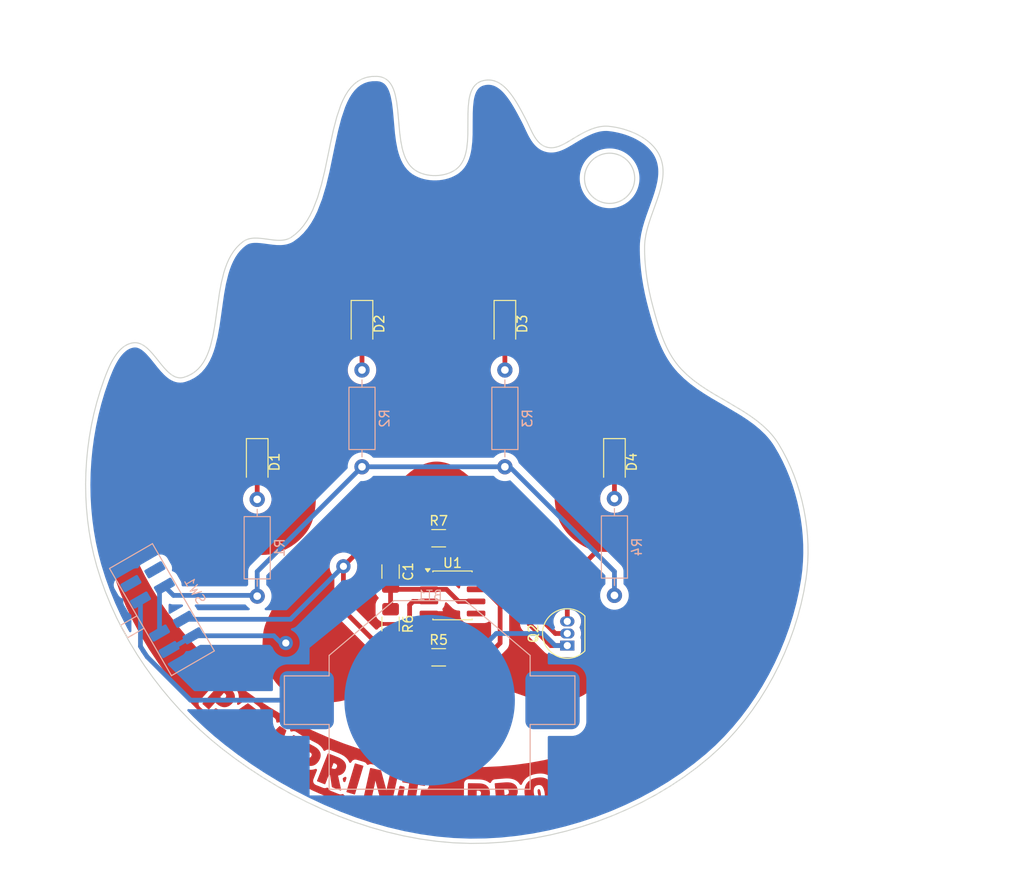
<source format=kicad_pcb>
(kicad_pcb (version 20241229) (generator "pcbnew") (generator_version "9.0")
  (layers (0 "F.Cu" signal) (2 "B.Cu" signal) (13 "F.Paste" user) (15 "B.Paste" user) (5 "F.SilkS" user "F.Silkscreen") (7 "B.SilkS" user "B.Silkscreen") (1 "F.Mask" user) (3 "B.Mask" user) (25 "Edge.Cuts" user))
  (net 0 "")
  (net 1 "+BATT")
  (net 2 "GND")
  (net 3 "Net-(U1-THR)")
  (net 4 "Net-(D1-K)")
  (net 5 "Net-(D1-A)")
  (net 6 "Net-(D2-A)")
  (net 7 "Net-(D3-A)")
  (net 8 "Net-(D4-A)")
  (net 9 "Vdrive")
  (net 10 "VCC")
  (net 11 "Net-(U1-DIS)")
  (net 12 "Net-(U1-Q)")
  (net 14 "Net-(Q2-B)")
  (footprint "Resistor_SMD:R_1206_3216Metric_Pad1.30x1.75mm_HandSolder" (layer "F.Cu") (at 74 107.5 -90)
    (property "Reference" "R6")
    (property "Value" "1M")
  )
  (footprint "Resistor_SMD:R_1206_3216Metric_Pad1.30x1.75mm_HandSolder" (layer "F.Cu") (at 79.05 98.5)
    (property "Reference" "R7")
    (property "Value" "470" (hide yes))
  )
  (footprint "Resistor_SMD:R_1206_3216Metric_Pad1.30x1.75mm_HandSolder" (layer "F.Cu") (at 79.05 111)
    (property "Reference" "R5")
    (property "Value" "10k")
  )
  (footprint "LED_SMD:LED_1206_3216Metric_Pad1.42x1.75mm_HandSolder" (layer "F.Cu") (at 97.5 90.5 -90)
    (property "Reference" "D4")
    (property "Value" "LED")
  )
  (footprint "LED_SMD:LED_1206_3216Metric_Pad1.42x1.75mm_HandSolder" (layer "F.Cu") (at 86 76 -90)
    (property "Reference" "D3")
    (property "Value" "LED")
  )
  (footprint "LED_SMD:LED_1206_3216Metric_Pad1.42x1.75mm_HandSolder" (layer "F.Cu") (at 71 76 -90)
    (property "Reference" "D2")
    (property "Value" "LED")
  )
  (footprint "Package_SO:SOIC-8_3.9x4.9mm_P1.27mm" (layer "F.Cu") (at 80.5 104.5)
    (property "Reference" "U1")
    (property "Value" "ICM7555xB")
  )
  (footprint "LED_SMD:LED_1206_3216Metric_Pad1.42x1.75mm_HandSolder" (layer "F.Cu") (at 60 90.5 -90)
    (property "Reference" "D1")
    (property "Value" "LED")
  )
  (footprint "Package_TO_SOT_THT:TO-92_Inline" (layer "F.Cu") (at 92.55 109.77 90)
    (property "Reference" "Q2")
    (property "Value" "2N3904")
  )
  (footprint "Capacitor_SMD:C_1206_3216Metric_Pad1.33x1.80mm_HandSolder" (layer "F.Cu") (at 74 102 -90)
    (property "Reference" "C1")
    (property "Value" "1uF")
  )
  (footprint "My_Library:SLW-133538-2A-SMT-TR" (layer "B.Cu") (at 50 106 120)
    (property "Reference" "SW1")
    (property "Value" "~")
  )
  (footprint "Resistor_THT:R_Axial_DIN0207_L6.3mm_D2.5mm_P10.16mm_Horizontal" (layer "B.Cu") (at 97.5 104.5 90)
    (property "Reference" "R4")
    (property "Value" "470")
  )
  (footprint "Resistor_THT:R_Axial_DIN0207_L6.3mm_D2.5mm_P10.16mm_Horizontal" (layer "B.Cu") (at 71 91 90)
    (property "Reference" "R2")
    (property "Value" "470")
  )
  (footprint "Resistor_THT:R_Axial_DIN0207_L6.3mm_D2.5mm_P10.16mm_Horizontal" (layer "B.Cu") (at 86 91 90)
    (property "Reference" "R3")
    (property "Value" "470")
  )
  (footprint "My_Library:BAT-HLD-003-SMT" (layer "B.Cu") (at 78.1 115.5 180)
    (property "Reference" "BT1")
    (property "Value" "Battery_Cell")
  )
  (footprint "Resistor_THT:R_Axial_DIN0207_L6.3mm_D2.5mm_P10.16mm_Horizontal" (layer "B.Cu") (at 60 104.58 90)
    (property "Reference" "R1")
    (property "Value" "470")
  )
  (gr_poly (pts (xy 65.898028 120.3616) (xy 65.960813 120.39538) (xy 66.020667 120.429857) (xy 66.077588 120.465029) (xy 66.131579 120.500897) (xy 66.182637 120.53746) (xy 66.230764 120.574718) (xy 66.275959 120.612673) (xy 66.318221 120.651322) (xy 66.357552 120.690667) (xy 66.393951 120.730707) (xy 66.427419 120.771444) (xy 66.457955 120.812875) (xy 66.485559 120.855002) (xy 66.510231 120.897824) (xy 66.531972 120.941341) (xy 66.550781 120.985553) (xy 66.566968 121.03045) (xy 66.58038 121.075774) (xy 66.591018 121.121528) (xy 66.59888 121.167709) (xy 66.603969 121.214319) (xy 66.606283 121.261359) (xy 66.605821 121.308826) (xy 66.602586 121.356722) (xy 66.596576 121.405048) (xy 66.587792 121.453801) (xy 66.576234 121.502983) (xy 66.5619 121.552594) (xy 66.544793 121.602633) (xy 66.52491 121.653102) (xy 66.502254 121.703999) (xy 66.476822 121.755325) (xy 66.452054 121.80088) (xy 66.425849 121.845102) (xy 66.398208 121.88799) (xy 66.369132 121.929544) (xy 66.338621 121.969764) (xy 66.306675 122.008649) (xy 66.273293 122.046199) (xy 66.238476 122.082414) (xy 66.220749 122.100026) (xy 66.202636 122.11707) (xy 66.184141 122.133547) (xy 66.165261 122.149458) (xy 66.145997 122.164802) (xy 66.126348 122.179579) (xy 66.106315 122.193789) (xy 66.085899 122.207433) (xy 66.065097 122.220509) (xy 66.043912 122.233019) (xy 66.022344 122.244961) (xy 66.00039 122.256337) (xy 65.978053 122.267145) (xy 65.955332 122.277387) (xy 65.932226 122.287061) (xy 65.908737 122.296168) (xy 65.885089 122.304734) (xy 65.861045 122.312542) (xy 65.836606 122.319593) (xy 65.811771 122.325889) (xy 65.78654 122.331428) (xy 65.760914 122.33621) (xy 65.734892 122.340235) (xy 65.708475 122.343505) (xy 65.681661 122.346018) (xy 65.654453 122.347774) (xy 65.626848 122.348775) (xy 65.598847 122.349018) (xy 65.570452 122.348505) (xy 65.54166 122.347236) (xy 65.512472 122.345211) (xy 65.482889 122.342429) (xy 65.453136 122.338897) (xy 65.422977 122.334383) (xy 65.392411 122.328886) (xy 65.361438 122.322407) (xy 65.330059 122.314945) (xy 65.298273 122.306501) (xy 65.266081 122.297075) (xy 65.233481 122.286665) (xy 65.200475 122.275274) (xy 65.167062 122.2629) (xy 65.133244 122.249542) (xy 65.099019 122.235203) (xy 65.064387 122.219881) (xy 65.02935 122.203576) (xy 64.993905 122.186289) (xy 64.958054 122.168018) (xy 64.752823 122.061216) (xy 64.286203 122.957958) (xy 63.555867 122.577933) (xy 64.299095 121.149611) (xy 65.062614 121.46587) (xy 65.206833 121.540919) (xy 65.218633 121.546903) (xy 65.23046 121.552589) (xy 65.242315 121.557977) (xy 65.254196 121.563066) (xy 65.266102 121.567859) (xy 65.278036 121.572351) (xy 65.289997 121.576547) (xy 65.301984 121.580444) (xy 65.313998 121.584042) (xy 65.326038 121.587343) (xy 65.338105 121.590346) (xy 65.350199 121.593051) (xy 65.362319 121.595457) (xy 65.374466 121.597565) (xy 65.386639 121.599375) (xy 65.39884 121.600887) (xy 65.411122 121.601798) (xy 65.423304 121.602269) (xy 65.435382 121.602303) (xy 65.447359 121.601899) (xy 65.459232 121.601055) (xy 65.471005 121.599774) (xy 65.482674 121.598054) (xy 65.494243 121.595895) (xy 65.505709 121.593298) (xy 65.517072 121.590263) (xy 65.528333 121.586789) (xy 65.539492 121.582877) (xy 65.550549 121.578526) (xy 65.561504 121.573735) (xy 65.572357 121.568508) (xy 65.583108 121.56284) (xy 65.594061 121.556552) (xy 65.60482 121.549687) (xy 65.615385 121.542243) (xy 65.625755 121.53422) (xy 65.63593 121.525618) (xy 65.645912 121.516439) (xy 65.655698 121.506681) (xy 65.66529 121.496344) (xy 65.674686 121.485428) (xy 65.683889 121.473935) (xy 65.692896 121.461863) (xy 65.701709 121.449213) (xy 65.710328 121.435984) (xy 65.718752 121.422178) (xy 65.72698 121.407792) (xy 65.735015 121.392828) (xy 65.742918 121.376915) (xy 65.750035 121.361069) (xy 65.756364 121.345291) (xy 65.761905 121.329579) (xy 65.766659 121.313935) (xy 65.770626 121.298358) (xy 65.773804 121.282849) (xy 65.776195 121.267407) (xy 65.777798 121.252032) (xy 65.778614 121.236725) (xy 65.778642 121.221486) (xy 65.777882 121.206313) (xy 65.776335 121.191208) (xy 65.774 121.176171) (xy 65.770877 121.161201) (xy 65.766966 121.146299) (xy 65.762292 121.131349) (xy 65.756637 121.116694) (xy 65.750001 121.102338) (xy 65.742384 121.088279) (xy 65.733787 121.074517) (xy 65.724208 121.061053) (xy 65.713649 121.047886) (xy 65.702109 121.035016) (xy 65.689588 121.022443) (xy 65.676087 121.010168) (xy 65.661604 120.99819) (xy 65.646141 120.98651) (xy 65.629698 120.975126) (xy 65.612274 120.96404) (xy 65.593869 120.95325) (xy 65.574483 120.942759) (xy 65.574473 120.942755) (xy 65.385877 120.844627) (xy 65.062614 121.46587) (xy 64.299095 121.149611) (xy 64.962457 119.874771)) (stroke (width 0.109999)) (fill yes) (layer "F.Cu"))
  (gr_poly (pts (xy 99.511006 121.177627) (xy 98.844365 121.503463) (xy 99.886861 123.636323) (xy 99.147198 123.997859) (xy 98.104704 121.864996) (xy 97.436198 122.191747) (xy 97.140564 121.586905) (xy 99.215372 120.572785)) (stroke (width 0.109999)) (fill yes) (layer "F.Cu"))
  (gr_poly (pts (xy 61.275153 69.35448) (xy 61.289308 69.369948) (xy 61.29562 69.383509) (xy 61.301297 69.403008) (xy 61.31077 69.459161) (xy 61.317771 69.537093) (xy 61.322343 69.635491) (xy 61.324531 69.753038) (xy 61.32438 69.888422) (xy 61.317234 70.207437) (xy 61.301258 70.58202) (xy 61.276806 71.001657) (xy 61.244231 71.455829) (xy 61.203887 71.93402) (xy 61.139239 72.676026) (xy 61.096508 73.272892) (xy 61.083963 73.528556) (xy 61.077616 73.761925) (xy 61.077709 73.977665) (xy 61.084483 74.180438) (xy 61.098178 74.374908) (xy 61.119033 74.565738) (xy 61.14729 74.757592) (xy 61.183188 74.955135) (xy 61.278869 75.385938) (xy 61.407999 75.895458) (xy 61.490435 76.218765) (xy 61.564376 76.52339) (xy 61.628414 76.802454) (xy 61.681143 77.049075) (xy 61.721157 77.256371) (xy 61.74705 77.417462) (xy 61.757414 77.525465) (xy 61.756333 77.55741) (xy 61.750843 77.573502) (xy 61.745925 77.577143) (xy 61.738965 77.580189) (xy 61.73002 77.582646) (xy 61.719146 77.584524) (xy 61.691842 77.586579) (xy 61.657506 77.586423) (xy 61.616594 77.584126) (xy 61.569564 77.579758) (xy 61.516869 77.57339) (xy 61.458964 77.565091) (xy 61.396306 77.554931) (xy 61.329347 77.54298) (xy 61.258546 77.52931) (xy 61.184357 77.513989) (xy 61.107234 77.497087) (xy 61.027634 77.478676) (xy 60.946011 77.458824) (xy 60.862822 77.437601) (xy 60.695612 77.402035) (xy 60.511265 77.377225) (xy 60.313244 77.362645) (xy 60.105015 77.357766) (xy 59.890042 77.362058) (xy 59.67179 77.374995) (xy 59.453725 77.396047) (xy 59.23931 77.424685) (xy 59.032012 77.460382) (xy 58.835294 77.502608) (xy 58.652622 77.550836) (xy 58.48746 77.604537) (xy 58.343275 77.663182) (xy 58.223529 77.726242) (xy 58.173905 77.759264) (xy 58.131689 77.793191) (xy 58.097317 77.827958) (xy 58.07122 77.863498) (xy 58.044629 77.905168) (xy 58.01867 77.941632) (xy 57.993356 77.972919) (xy 57.968698 77.999056) (xy 57.944708 78.020073) (xy 57.921399 78.035997) (xy 57.898783 78.046856) (xy 57.887739 78.050395) (xy 57.876873 78.052679) (xy 57.866185 78.053711) (xy 57.855679 78.053495) (xy 57.845355 78.052033) (xy 57.835216 78.04933) (xy 57.825261 78.045389) (xy 57.815493 78.040214) (xy 57.805914 78.033808) (xy 57.796524 78.026175) (xy 57.778322 78.007241) (xy 57.760898 77.98344) (xy 57.744265 77.954802) (xy 57.728433 77.921352) (xy 57.713418 77.883121) (xy 57.699229 77.840136) (xy 57.685879 77.792426) (xy 57.673381 77.740019) (xy 57.661746 77.682943) (xy 57.650987 77.621226) (xy 57.641117 77.554897) (xy 57.632146 77.483984) (xy 57.624089 77.408515) (xy 57.616955 77.328518) (xy 57.610759 77.244022) (xy 57.605511 77.155056) (xy 57.601224 77.061646) (xy 57.597912 76.963822) (xy 57.594255 76.755042) (xy 57.594209 76.75506) (xy 57.600673 76.347152) (xy 57.625626 75.930751) (xy 57.66822 75.508614) (xy 57.727605 75.083497) (xy 57.802935 74.65816) (xy 57.893359 74.235358) (xy 57.998031 73.817848) (xy 58.116101 73.408389) (xy 58.246721 73.009737) (xy 58.389043 72.624649) (xy 58.542218 72.255883) (xy 58.705398 71.906195) (xy 58.877735 71.578343) (xy 59.05838 71.275084) (xy 59.246484 70.999175) (xy 59.4412 70.753372) (xy 59.520686 70.659623) (xy 59.59709 70.566884) (xy 59.668581 70.47756) (xy 59.733323 70.394063) (xy 59.789486 70.3188) (xy 59.835236 70.25418) (xy 59.86874 70.202609) (xy 59.880328 70.182471) (xy 59.888168 70.166499) (xy 59.904723 70.133598) (xy 59.926704 70.099126) (xy 59.953742 70.063292) (xy 59.985473 70.026306) (xy 60.061542 69.949708) (xy 60.151974 69.871003) (xy 60.253836 69.79186) (xy 60.364192 69.713949) (xy 60.480109 69.63894) (xy 60.598649 69.568502) (xy 60.716881 69.504306) (xy 60.831869 69.44802) (xy 60.940676 69.401316) (xy 61.040369 69.365862) (xy 61.128014 69.343328) (xy 61.166401 69.337428) (xy 61.200676 69.335385) (xy 61.23047 69.337407) (xy 61.255418 69.343702)) (fill yes) (layer "F.Cu"))
  (gr_poly (pts (xy 57.124249 114.303338) (xy 57.176633 114.351699) (xy 57.226006 114.400005) (xy 57.272365 114.448253) (xy 57.315712 114.496444) (xy 57.356046 114.544579) (xy 57.393367 114.592656) (xy 57.427676 114.640676) (xy 57.458973 114.688639) (xy 57.487257 114.736546) (xy 57.512528 114.784395) (xy 57.534787 114.832187) (xy 57.554032 114.879921) (xy 57.570266 114.927599) (xy 57.583486 114.97522) (xy 57.593695 115.022783) (xy 57.600889 115.07029) (xy 57.605375 115.117803) (xy 57.607068 115.165041) (xy 57.605966 115.212002) (xy 57.602071 115.258687) (xy 57.595381 115.305094) (xy 57.585899 115.351226) (xy 57.573621 115.39708) (xy 57.558551 115.442658) (xy 57.540687 115.487961) (xy 57.520029 115.532986) (xy 57.496577 115.577735) (xy 57.470331 115.622208) (xy 57.441291 115.666403) (xy 57.409458 115.710322) (xy 57.37483 115.753965) (xy 57.33741 115.797332) (xy 57.302066 115.835279) (xy 57.265666 115.871576) (xy 57.228209 115.90622) (xy 57.189695 115.939217) (xy 57.150124 115.970562) (xy 57.109496 116.000258) (xy 57.067811 116.028305) (xy 57.025068 116.054703) (xy 57.00351 116.06734) (xy 56.981722 116.079333) (xy 56.959703 116.090681) (xy 56.937454 116.101384) (xy 56.914973 116.111443) (xy 56.892262 116.120856) (xy 56.86932 116.129625) (xy 56.846147 116.13775) (xy 56.822744 116.145229) (xy 56.79911 116.152063) (xy 56.775246 116.158253) (xy 56.75115 116.163797) (xy 56.726824 116.168697) (xy 56.702267 116.172952) (xy 56.67748 116.176561) (xy 56.652462 116.179526) (xy 56.627426 116.181928) (xy 56.602194 116.183497) (xy 56.576768 116.184236) (xy 56.551147 116.184143) (xy 56.525332 116.183219) (xy 56.499322 116.181463) (xy 56.473118 116.178877) (xy 56.446719 116.175459) (xy 56.420125 116.171209) (xy 56.393337 116.166129) (xy 56.366355 116.160218) (xy 56.339177 116.153475) (xy 56.311805 116.145901) (xy 56.284239 116.137494) (xy 56.256478 116.128259) (xy 56.228522 116.11819) (xy 56.200586 116.107359) (xy 56.172502 116.095473) (xy 56.144269 116.082535) (xy 56.115888 116.068543) (xy 56.087358 116.053498) (xy 56.05868 116.037399) (xy 56.029853 116.020246) (xy 56.000877 116.002041) (xy 55.971753 115.982782) (xy 55.94248 115.96247) (xy 55.913058 115.941103) (xy 55.883488 115.918685) (xy 55.85377 115.895212) (xy 55.823902 115.870686) (xy 55.793886 115.845107) (xy 55.76372 115.818475) (xy 55.591582 115.663899) (xy 54.91619 116.416045) (xy 54.303618 115.865987) (xy 55.233462 114.830469) (xy 56.039987 115.164543) (xy 56.160948 115.27317) (xy 56.170886 115.281906) (xy 56.180923 115.29036) (xy 56.19106 115.298532) (xy 56.201297 115.306421) (xy 56.211635 115.314029) (xy 56.222072 115.321356) (xy 56.232609 115.328399) (xy 56.243247 115.335161) (xy 56.253984 115.34164) (xy 56.264822 115.347838) (xy 56.275759 115.353753) (xy 56.286798 115.359387) (xy 56.297935 115.364737) (xy 56.309173 115.369807) (xy 56.320511 115.374593) (xy 56.331949 115.379098) (xy 56.343614 115.383049) (xy 56.355291 115.386548) (xy 56.366977 115.389597) (xy 56.378675 115.392194) (xy 56.390383 115.394341) (xy 56.402103 115.396036) (xy 56.413832 115.39728) (xy 56.425572 115.398073) (xy 56.437323 115.398415) (xy 56.449085 115.398307) (xy 56.460857 115.397746) (xy 56.47264 115.396736) (xy 56.484434 115.395275) (xy 56.496238 115.393362) (xy 56.508053 115.390999) (xy 56.519878 115.388185) (xy 56.532053 115.384825) (xy 56.544183 115.380857) (xy 56.55627 115.37628) (xy 56.568312 115.371095) (xy 56.580309 115.365301) (xy 56.592263 115.358898) (xy 56.604171 115.351886) (xy 56.616037 115.344266) (xy 56.627858 115.336037) (xy 56.639634 115.3272) (xy 56.651366 115.317754) (xy 56.663054 115.307699) (xy 56.674697 115.297036) (xy 56.686297 115.285764) (xy 56.697852 115.273884) (xy 56.709363 115.261394) (xy 56.720985 115.247954) (xy 56.731827 115.234381) (xy 56.741889 115.220677) (xy 56.751172 115.206843) (xy 56.759675 115.192877) (xy 56.767397 115.17878) (xy 56.77434 115.164553) (xy 56.780504 115.150194) (xy 56.785888 115.135705) (xy 56.790493 115.121084) (xy 56.794317 115.106332) (xy 56.797361 115.091449) (xy 56.799626 115.076435) (xy 56.801111 115.06129) (xy 56.801817 115.046013) (xy 56.801742 115.030606) (xy 56.800942 115.014962) (xy 56.799118 114.999362) (xy 56.79627 114.983805) (xy 56.792397 114.968291) (xy 56.787502 114.95282) (xy 56.781582 114.937393) (xy 56.774637 114.922008) (xy 56.766669 114.906669) (xy 56.757678 114.891372) (xy 56.747661 114.876119) (xy 56.736621 114.860909) (xy 56.724558 114.845743) (xy 56.711469 114.830622) (xy 56.697357 114.815543) (xy 56.68222 114.800509) (xy 56.66606 114.785519) (xy 56.666067 114.785513) (xy 56.507884 114.643473) (xy 56.039987 115.164543) (xy 55.233462 114.830469) (xy 56.339535 113.598695)) (stroke (width 0.109999)) (fill yes) (layer "F.Cu"))
  (gr_poly (pts (xy 83.886991 124.407871) (xy 83.932905 124.431128) (xy 83.976514 124.456327) (xy 84.017817 124.483465) (xy 84.056816 124.512543) (xy 84.09351 124.543562) (xy 84.128168 124.576372) (xy 84.160541 124.610813) (xy 84.19063 124.646886) (xy 84.218434 124.68459) (xy 84.243953 124.723925) (xy 84.267187 124.764891) (xy 84.288137 124.807488) (xy 84.306802 124.851717) (xy 84.323181 124.897577) (xy 84.337277 124.945068) (xy 84.349087 124.994189) (xy 84.358613 125.044943) (xy 84.365854 125.097327) (xy 84.37081 125.151342) (xy 84.373482 125.206989) (xy 84.373869 125.264268) (xy 84.372249 125.316098) (xy 84.368747 125.367383) (xy 84.363364 125.418122) (xy 84.356099 125.468316) (xy 84.346952 125.517964) (xy 84.335923 125.567066) (xy 84.323012 125.615622) (xy 84.30822 125.663633) (xy 84.300314 125.687338) (xy 84.29181 125.71071) (xy 84.282708 125.733747) (xy 84.273008 125.756452) (xy 84.262709 125.778824) (xy 84.251813 125.800862) (xy 84.240318 125.822566) (xy 84.228224 125.843937) (xy 84.215533 125.864975) (xy 84.202243 125.88568) (xy 84.188356 125.90605) (xy 84.17387 125.926088) (xy 84.158787 125.945791) (xy 84.143104 125.965162) (xy 84.126824 125.984199) (xy 84.109945 126.002903) (xy 84.092682 126.021194) (xy 84.074724 126.038986) (xy 84.056072 126.056282) (xy 84.036727 126.073079) (xy 84.016688 126.08938) (xy 83.995955 126.105183) (xy 83.974529 126.120489) (xy 83.952408 126.135297) (xy 83.929595 126.149607) (xy 83.906087 126.16342) (xy 83.881885 126.176736) (xy 83.85699 126.189554) (xy 83.8314 126.201875) (xy 83.805118 126.213698) (xy 83.778141 126.225025) (xy 83.75047 126.235853) (xy 83.722311 126.246087) (xy 83.693345 126.255626) (xy 83.663575 126.264471) (xy 83.633001 126.272622) (xy 83.601621 126.280079) (xy 83.569436 126.286841) (xy 83.536445 126.292909) (xy 83.50265 126.298282) (xy 83.468049 126.302961) (xy 83.432643 126.306946) (xy 83.396432 126.310236) (xy 83.359416 126.312832) (xy 83.321594 126.314734) (xy 83.282967 126.315941) (xy 83.243535 126.316454) (xy 83.203298 126.316272) (xy 82.971959 126.31326) (xy 82.958805 127.324049) (xy 82.13558 127.313337) (xy 82.170862 124.602696) (xy 82.989815 124.941918) (xy 82.980698 125.642177) (xy 83.143261 125.644291) (xy 83.156492 125.644324) (xy 83.169612 125.644079) (xy 83.182622 125.643556) (xy 83.195522 125.642754) (xy 83.208311 125.641675) (xy 83.22099 125.640317) (xy 83.23356 125.638682) (xy 83.246018 125.636768) (xy 83.258366 125.634576) (xy 83.270604 125.632106) (xy 83.28273 125.629359) (xy 83.294748 125.626333) (xy 83.306655 125.62303) (xy 83.31845 125.619447) (xy 83.330136 125.615587) (xy 83.341711 125.61145) (xy 83.353091 125.606735) (xy 83.364182 125.601675) (xy 83.374983 125.59627) (xy 83.385497 125.590518) (xy 83.395721 125.584422) (xy 83.405656 125.57798) (xy 83.415304 125.571192) (xy 83.424663 125.564058) (xy 83.433733 125.55658) (xy 83.442515 125.548755) (xy 83.451008 125.540585) (xy 83.459212 125.53207) (xy 83.467128 125.523209) (xy 83.474756 125.514002) (xy 83.482095 125.504449) (xy 83.489146 125.49455) (xy 83.496099 125.484005) (xy 83.502618 125.473032) (xy 83.508702 125.461629) (xy 83.514353 125.449798) (xy 83.519569 125.437538) (xy 83.524351 125.424849) (xy 83.528699 125.411731) (xy 83.532613 125.398184) (xy 83.536093 125.384209) (xy 83.539139 125.369804) (xy 83.54175 125.35497) (xy 83.543928 125.339707) (xy 83.545671 125.324016) (xy 83.54698 125.307895) (xy 83.547855 125.291346) (xy 83.548296 125.274367) (xy 83.548193 125.256598) (xy 83.547417 125.239244) (xy 83.545968 125.222305) (xy 83.543846 125.205781) (xy 83.541051 125.189672) (xy 83.537583 125.173976) (xy 83.533442 125.158696) (xy 83.528629 125.143831) (xy 83.523141 125.12938) (xy 83.516982 125.115344) (xy 83.510148 125.101722) (xy 83.502643 125.088516) (xy 83.494464 125.075724) (xy 83.485611 125.063346) (xy 83.476086 125.051383) (xy 83.465888 125.039836) (xy 83.454985 125.028586) (xy 83.443341 125.018044) (xy 83.430954 125.008209) (xy 83.417825 124.999082) (xy 83.403954 124.99066) (xy 83.389342 124.982946) (xy 83.373987 124.975939) (xy 83.35789 124.969639) (xy 83.341051 124.964045) (xy 83.32347 124.959159) (xy 83.305147 124.954979) (xy 83.286082 124.951507) (xy 83.266275 124.948741) (xy 83.245726 124.946682) (xy 83.224434 124.94533) (xy 83.202402 124.944685) (xy 83.202399 124.944684) (xy 83.202398 124.944683) (xy 83.202397 124.944683) (xy 83.202396 124.944684) (xy 83.202395 124.944683) (xy 83.202394 124.944683) (xy 83.202394 124.944684) (xy 83.202393 124.944683) (xy 83.202393 124.944684) (xy 83.202392 124.944684) (xy 83.202391 124.944685) (xy 83.20239 124.944685) (xy 83.202388 124.944688) (xy 82.989815 124.941918) (xy 82.170862 124.602696) (xy 82.17524 124.266369) (xy 83.229801 124.280101) (xy 83.301071 124.282014) (xy 83.370036 124.285868) (xy 83.436696 124.291662) (xy 83.50105 124.299397) (xy 83.5631 124.309072) (xy 83.622845 124.320687) (xy 83.680284 124.334244) (xy 83.735419 124.34974) (xy 83.788248 124.367176) (xy 83.838772 124.386554)) (stroke (width 0.109999)) (fill yes) (layer "F.Cu"))
  (gr_poly (pts (xy 59.897202 116.541608) (xy 58.846003 119.586346) (xy 58.129364 119.04122) (xy 58.35568 118.495827) (xy 57.56771 117.896429) (xy 57.099197 118.257592) (xy 56.37924 117.709934) (xy 57.250874 117.105486) (xy 58.112619 117.462432) (xy 58.628501 117.854878) (xy 58.826844 117.377242) (xy 58.866147 117.283403) (xy 58.918807 117.156511) (xy 58.980671 117.00978) (xy 59.045068 116.859737) (xy 59.077982 116.787227) (xy 59.108133 116.721778) (xy 59.13552 116.663392) (xy 59.160145 116.612072) (xy 59.11841 116.649722) (xy 59.071231 116.691085) (xy 59.01861 116.736164) (xy 58.960546 116.784956) (xy 58.901089 116.835152) (xy 58.841373 116.884822) (xy 58.7814 116.93397) (xy 58.721168 116.982595) (xy 58.663948 117.029416) (xy 58.611343 117.07189) (xy 58.563353 117.110018) (xy 58.519978 117.143803) (xy 58.112619 117.462432) (xy 57.250874 117.105486) (xy 59.022968 115.876601)) (stroke (width 0.109999)) (fill yes) (layer "F.Cu"))
  (gr_poly (pts (xy 61.54192 117.739277) (xy 60.993776 119.203343) (xy 60.982631 119.233196) (xy 60.969107 119.268648) (xy 60.934927 119.356341) (xy 60.916243 119.406583) (xy 60.896146 119.45902) (xy 60.874634 119.513647) (xy 60.851712 119.570462) (xy 60.807576 119.68334) (xy 60.763934 119.791579) (xy 60.742852 119.842146) (xy 60.722992 119.887923) (xy 60.704353 119.928909) (xy 60.686936 119.965104) (xy 60.730662 119.913775) (xy 60.777878 119.859426) (xy 60.828587 119.802055) (xy 60.882788 119.741665) (xy 60.997875 119.618692) (xy 61.115846 119.495081) (xy 61.233876 119.375229) (xy 61.343388 119.264767) (xy 61.393739 119.21445) (xy 61.43955 119.169264) (xy 61.48082 119.129211) (xy 61.51755 119.094288) (xy 62.367427 118.27057) (xy 63.008905 118.68342) (xy 62.604209 119.793649) (xy 62.587282 119.840388) (xy 62.567507 119.893967) (xy 62.519414 120.021649) (xy 62.493107 120.09333) (xy 62.465103 120.167639) (xy 62.435402 120.244573) (xy 62.404003 120.324133) (xy 62.372462 120.405147) (xy 62.340549 120.485302) (xy 62.308261 120.564598) (xy 62.275599 120.643035) (xy 62.243882 120.717589) (xy 62.213308 120.786991) (xy 62.183879 120.851239) (xy 62.155593 120.910334) (xy 62.191761 120.867618) (xy 62.233348 120.820332) (xy 62.280352 120.768477) (xy 62.332774 120.712053) (xy 62.442756 120.59508) (xy 62.54992 120.482489) (xy 62.645338 120.385264) (xy 62.714318 120.315636) (xy 63.827328 119.210151) (xy 64.495092 119.639908) (xy 62.214996 121.796249) (xy 61.396499 121.269479) (xy 61.869653 119.995105) (xy 61.887807 119.946679) (xy 61.915719 119.873545) (xy 61.952278 119.783058) (xy 61.992997 119.680367) (xy 62.037374 119.573844) (xy 62.081477 119.469631) (xy 62.104159 119.419935) (xy 62.12533 119.374535) (xy 62.144991 119.33343) (xy 62.163141 119.29662) (xy 62.137021 119.328302) (xy 62.10741 119.362999) (xy 62.074308 119.400715) (xy 62.037716 119.441446) (xy 61.999574 119.482893) (xy 61.960713 119.524496) (xy 61.921133 119.566257) (xy 61.880832 119.608175) (xy 61.8419 119.649415) (xy 61.804656 119.688029) (xy 61.769102 119.724014) (xy 61.735239 119.757373) (xy 61.680202 119.813042) (xy 61.64365 119.849623) (xy 60.677987 120.80704) (xy 59.859488 120.280261) (xy 60.874148 117.309517)) (stroke (width 0.109999)) (fill yes) (layer "F.Cu"))
  (gr_poly (pts (xy 72.792143 52.008659) (xy 72.816128 52.030514) (xy 72.83845 52.05847) (xy 72.859106 52.092432) (xy 72.878093 52.132309) (xy 72.895407 52.178006) (xy 72.911048 52.22943) (xy 72.925009 52.286488) (xy 72.93729 52.349088) (xy 72.947887 52.417134) (xy 72.956796 52.490534) (xy 72.964016 52.569196) (xy 72.973371 52.741929) (xy 72.97593 52.934585) (xy 72.971668 53.14642) (xy 72.960561 53.376686) (xy 72.942583 53.624638) (xy 72.917711 53.88953) (xy 72.885922 54.170612) (xy 72.847189 54.467143) (xy 72.80149 54.778374) (xy 72.773576 54.993011) (xy 72.752771 55.22783) (xy 72.738944 55.480963) (xy 72.731966 55.750545) (xy 72.731708 56.034708) (xy 72.738041 56.331585) (xy 72.750833 56.639307) (xy 72.769957 56.95601) (xy 72.826676 57.608885) (xy 72.907163 58.275273) (xy 72.955996 58.608866) (xy 73.010381 58.940235) (xy 73.070189 59.267514) (xy 73.135292 59.588835) (xy 73.262285 60.184721) (xy 71.806995 60.102422) (xy 71.412494 60.083849) (xy 71.077416 60.077061) (xy 70.929711 60.078382) (xy 70.793924 60.083007) (xy 70.669074 60.091052) (xy 70.554182 60.102637) (xy 70.448268 60.117881) (xy 70.350353 60.136901) (xy 70.259458 60.159818) (xy 70.174604 60.18675) (xy 70.094808 60.217816) (xy 70.019095 60.253133) (xy 69.946482 60.292822) (xy 69.875992 60.337) (xy 69.676289 60.468016) (xy 69.593984 60.519193) (xy 69.522028 60.560715) (xy 69.45941 60.592502) (xy 69.431287 60.604722) (xy 69.405118 60.614481) (xy 69.380778 60.621767) (xy 69.358139 60.626572) (xy 69.337077 60.628886) (xy 69.317464 60.628699) (xy 69.299173 60.626002) (xy 69.282079 60.620787) (xy 69.266054 60.613041) (xy 69.250973 60.602756) (xy 69.236708 60.589923) (xy 69.223134 60.574531) (xy 69.210123 60.556572) (xy 69.197551 60.536036) (xy 69.185289 60.512912) (xy 69.173211 60.487192) (xy 69.149104 60.427924) (xy 69.124218 60.358153) (xy 69.09754 60.277804) (xy 69.097603 60.27783) (xy 69.086043 60.232114) (xy 69.076679 60.173422) (xy 69.06948 60.102664) (xy 69.064413 60.020752) (xy 69.06145 59.928599) (xy 69.060557 59.827115) (xy 69.061704 59.717214) (xy 69.06486 59.599805) (xy 69.077071 59.346114) (xy 69.096941 59.073337) (xy 69.124221 58.788766) (xy 69.158659 58.499696) (xy 69.222518 58.060045) (xy 69.296669 57.635741) (xy 69.381407 57.226097) (xy 69.477034 56.830427) (xy 69.583845 56.448044) (xy 69.702138 56.078266) (xy 69.832212 55.720404) (xy 69.974364 55.373775) (xy 70.128894 55.037692) (xy 70.296097 54.711469) (xy 70.476273 54.39442) (xy 70.669718 54.085862) (xy 70.876731 53.785106) (xy 71.09761 53.491467) (xy 71.332653 53.204262) (xy 71.582157 52.922804) (xy 71.761495 52.7339) (xy 71.939135 52.55759) (xy 72.11045 52.397737) (xy 72.270815 52.258208) (xy 72.415602 52.142867) (xy 72.48071 52.095475) (xy 72.540188 52.055581) (xy 72.593459 52.023665) (xy 72.639943 52.000212) (xy 72.679064 51.985707) (xy 72.710242 51.98063) (xy 72.739197 51.983624) (xy 72.766499 51.992998)) (fill yes) (layer "F.Cu"))
  (gr_poly (pts (xy 90.297014 123.779499) (xy 90.338637 123.799973) (xy 90.379125 123.821901) (xy 90.41848 123.845283) (xy 90.456699 123.87012) (xy 90.493784 123.89641) (xy 90.529734 123.924154) (xy 90.564549 123.953353) (xy 90.59823 123.984006) (xy 90.630776 124.016113) (xy 90.662187 124.049674) (xy 90.692463 124.08469) (xy 90.721605 124.121159) (xy 90.749611 124.159082) (xy 90.776484 124.19846) (xy 90.802286 124.239141) (xy 90.827081 124.280973) (xy 90.850871 124.323956) (xy 90.873656 124.36809) (xy 90.895434 124.413374) (xy 90.916206 124.45981) (xy 90.935973 124.507396) (xy 90.954734 124.556133) (xy 90.972489 124.60602) (xy 90.989238 124.657059) (xy 91.004982 124.709248) (xy 91.01972 124.762588) (xy 91.033451 124.817078) (xy 91.046178 124.872719) (xy 91.057898 124.92951) (xy 91.068613 124.987453) (xy 91.06862 124.987456) (xy 91.082273 125.073474) (xy 91.09296 125.158025) (xy 91.100681 125.24111) (xy 91.105434 125.322729) (xy 91.107221 125.402882) (xy 91.106042 125.48157) (xy 91.101897 125.558792) (xy 91.094785 125.634548) (xy 91.090277 125.671518) (xy 91.084925 125.708006) (xy 91.078728 125.744015) (xy 91.071688 125.779542) (xy 91.063803 125.814588) (xy 91.055074 125.849154) (xy 91.0455 125.883239) (xy 91.035082 125.916843) (xy 91.02382 125.949965) (xy 91.011713 125.982608) (xy 90.998763 126.014769) (xy 90.984967 126.04645) (xy 90.970328 126.07765) (xy 90.954845 126.108369) (xy 90.938517 126.138607) (xy 90.921345 126.168364) (xy 90.903292 126.197582) (xy 90.884324 126.226199) (xy 90.864443 126.254214) (xy 90.843647 126.28163) (xy 90.821936 126.308443) (xy 90.79931 126.334656) (xy 90.77577 126.360268) (xy 90.751315 126.38528) (xy 90.725946 126.409691) (xy 90.699662 126.4335) (xy 90.672464 126.45671) (xy 90.64435 126.479319) (xy 90.615322 126.501327) (xy 90.58538 126.522734) (xy 90.554523 126.543542) (xy 90.522751 126.563748) (xy 90.489977 126.583046) (xy 90.456204 126.601642) (xy 90.421432 126.619537) (xy 90.385663 126.63673) (xy 90.348894 126.653221) (xy 90.311127 126.669011) (xy 90.27236 126.684098) (xy 90.232596 126.698483) (xy 90.191834 126.712167) (xy 90.150072 126.725149) (xy 90.107313 126.737428) (xy 90.063554 126.749007) (xy 90.018798 126.759883) (xy 89.973043 126.770056) (xy 89.92629 126.779529) (xy 89.878538 126.788298) (xy 89.831632 126.796046) (xy 89.785363 126.802806) (xy 89.739732 126.808578) (xy 89.694739 126.813363) (xy 89.650383 126.817161) (xy 89.606665 126.819971) (xy 89.563585 126.821794) (xy 89.521142 126.822629) (xy 89.479338 126.822477) (xy 89.438171 126.821337) (xy 89.397642 126.81921) (xy 89.35775 126.816095) (xy 89.318496 126.811994) (xy 89.27988 126.806905) (xy 89.241901 126.800828) (xy 89.20456 126.793764) (xy 89.168063 126.78548) (xy 89.132194 126.776343) (xy 89.096953 126.766352) (xy 89.062341 126.755507) (xy 89.028355 126.743809) (xy 88.994999 126.731257) (xy 88.96227 126.717853) (xy 88.930169 126.703594) (xy 88.898696 126.688483) (xy 88.867851 126.672517) (xy 88.837634 126.655698) (xy 88.808044 126.638026) (xy 88.779084 126.6195) (xy 88.75075 126.600121) (xy 88.723044 126.579889) (xy 88.695967 126.558803) (xy 88.669466 126.536658) (xy 88.643576 126.513761) (xy 88.618301 126.490113) (xy 88.593637 126.465714) (xy 88.569586 126.440562) (xy 88.546149 126.414659) (xy 88.523323 126.388006) (xy 88.50111 126.360599) (xy 88.479511 126.332442) (xy 88.458523 126.303532) (xy 88.438149 126.273872) (xy 88.418387 126.243459) (xy 88.399237 126.212295) (xy 88.380701 126.18038) (xy 88.362777 126.147712) (xy 88.345466 126.114293) (xy 88.328754 126.080184) (xy 88.312625 126.045442) (xy 88.297081 126.010071) (xy 88.282121 125.974067) (xy 88.267745 125.937434) (xy 88.253953 125.90017) (xy 88.240745 125.862275) (xy 88.228121 125.823748) (xy 88.216082 125.784591) (xy 88.204626 125.744803) (xy 88.193754 125.704384) (xy 88.183467 125.663334) (xy 88.173764 125.621653) (xy 88.164645 125.579341) (xy 88.156111 125.536398) (xy 88.14816 125.492823) (xy 88.138634 125.434683) (xy 88.13048 125.377294) (xy 88.123697 125.320658) (xy 88.118284 125.264774) (xy 88.114242 125.209642) (xy 88.111571 125.155264) (xy 88.110271 125.101637) (xy 88.110343 125.048763) (xy 88.111786 124.996642) (xy 88.1146 124.945273) (xy 88.118784 124.894657) (xy 88.12434 124.844793) (xy 88.131267 124.795683) (xy 88.139565 124.747325) (xy 88.149234 124.69972) (xy 88.160274 124.652867) (xy 88.172978 124.606591) (xy 88.187211 124.561321) (xy 88.202975 124.517056) (xy 88.220271 124.473797) (xy 88.239097 124.431543) (xy 88.259454 124.390296) (xy 88.272122 124.367006) (xy 89.030064 124.680956) (xy 89.021532 124.70238) (xy 89.013684 124.724413) (xy 89.00652 124.747054) (xy 89.000042 124.770304) (xy 88.994249 124.794161) (xy 88.98914 124.818626) (xy 88.984717 124.8437) (xy 88.980978 124.869381) (xy 88.978117 124.895566) (xy 88.975823 124.922248) (xy 88.974095 124.949426) (xy 88.972932 124.977101) (xy 88.972336 125.005272) (xy 88.972306 125.03394) (xy 88.973942 125.092764) (xy 88.977843 125.153573) (xy 88.984007 125.216369) (xy 88.992434 125.281149) (xy 89.003124 125.347914) (xy 89.003095 125.347902) (xy 89.015673 125.414305) (xy 89.029762 125.477998) (xy 89.045363 125.538981) (xy 89.062473 125.597254) (xy 89.071594 125.625374) (xy 89.081093 125.652817) (xy 89.090971 125.679582) (xy 89.101225 125.70567) (xy 89.111857 125.73108) (xy 89.122867 125.755813) (xy 89.134254 125.779869) (xy 89.146019 125.803248) (xy 89.158193 125.825884) (xy 89.170805 125.847717) (xy 89.183855 125.868746) (xy 89.197344 125.888971) (xy 89.211271 125.908393) (xy 89.225635 125.927012) (xy 89.240439 125.944827) (xy 89.25568 125.961837) (xy 89.271359 125.978044) (xy 89.287478 125.993448) (xy 89.304033 126.008047) (xy 89.321028 126.021843) (xy 89.33846 126.034835) (xy 89.356331 126.047023) (xy 89.374641 126.058407) (xy 89.393389 126.068988) (xy 89.412607 126.078701) (xy 89.432322 126.087484) (xy 89.452537 126.095336) (xy 89.473251 126.102259) (xy 89.494463 126.108252) (xy 89.516175 126.113314) (xy 89.538385 126.117447) (xy 89.561094 126.120649) (xy 89.584301 126.122921) (xy 89.608007 126.124263) (xy 89.632212 126.124676) (xy 89.656916 126.124158) (xy 89.682118 126.122711) (xy 89.707819 126.120333) (xy 89.734018 126.117025) (xy 89.760717 126.112788) (xy 89.78826 126.107561) (xy 89.814939 126.101642) (xy 89.840754 126.09503) (xy 89.865703 126.087727) (xy 89.889788 126.07973) (xy 89.913009 126.071042) (xy 89.935364 126.061662) (xy 89.956856 126.051588) (xy 89.977482 126.040823) (xy 89.997244 126.029367) (xy 90.016142 126.017217) (xy 90.034174 126.004376) (xy 90.051343 125.990842) (xy 90.067647 125.976616) (xy 90.083085 125.961699) (xy 90.097659 125.946089) (xy 90.111699 125.929788) (xy 90.125022 125.912885) (xy 90.137629 125.895379) (xy 90.149518 125.877271) (xy 90.160692 125.85856) (xy 90.171148 125.839247) (xy 90.180889 125.819332) (xy 90.189912 125.798815) (xy 90.198219 125.777695) (xy 90.205809 125.755973) (xy 90.212683 125.733648) (xy 90.21884 125.710723) (xy 90.22428 125.687194) (xy 90.229004 125.663063) (xy 90.23301 125.638331) (xy 90.2363 125.612995) (xy 90.239205 125.587059) (xy 90.241541 125.560608) (xy 90.243308 125.533647) (xy 90.244505 125.506172) (xy 90.245135 125.478186) (xy 90.245196 125.449685) (xy 90.244688 125.420675) (xy 90.24361 125.39115) (xy 90.239749 125.330565) (xy 90.233614 125.26793) (xy 90.225202 125.203246) (xy 90.214516 125.136512) (xy 90.205234 125.086451) (xy 90.195127 125.037908) (xy 90.184193 124.99088) (xy 90.172433 124.945368) (xy 90.159847 124.901373) (xy 90.146434 124.858893) (xy 90.132194 124.81793) (xy 90.117129 124.778483) (xy 90.101236 124.740553) (xy 90.084518 124.704138) (xy 90.066974 124.66924) (xy 90.048603 124.635858) (xy 90.029406 124.60399) (xy 90.009382 124.57364) (xy 89.988532 124.544807) (xy 89.966855 124.517489) (xy 89.944164 124.491984) (xy 89.920272 124.46859) (xy 89.895177 124.447308) (xy 89.868881 124.428134) (xy 89.841382 124.411072) (xy 89.812681 124.39612) (xy 89.782779 124.38328) (xy 89.751673 124.372549) (xy 89.719367 124.363929) (xy 89.685858 124.35742) (xy 89.651147 124.353022) (xy 89.615235 124.350734) (xy 89.57812 124.350557) (xy 89.539803 124.352491) (xy 89.500284 124.356535) (xy 89.459563 124.36269) (xy 89.432502 124.367843) (xy 89.406244 124.373714) (xy 89.38079 124.380305) (xy 89.356138 124.387614) (xy 89.332291 124.395645) (xy 89.309246 124.404393) (xy 89.287004 124.413861) (xy 89.265567 124.424049) (xy 89.244932 124.434955) (xy 89.225101 124.446581) (xy 89.206073 124.458927) (xy 89.187848 124.471992) (xy 89.170426 124.485777) (xy 89.153808 124.50028) (xy 89.137994 124.515503) (xy 89.122982 124.531446) (xy 89.108971 124.548007) (xy 89.095644 124.565174) (xy 89.083002 124.582952) (xy 89.071045 124.601336) (xy 89.059773 124.620329) (xy 89.049186 124.63993) (xy 89.039282 124.660139) (xy 89.030064 124.680956) (xy 88.272122 124.367006) (xy 88.281342 124.350053) (xy 88.304761 124.310817) (xy 88.329711 124.272585) (xy 88.356191 124.23536) (xy 88.384203 124.19914) (xy 88.413745 124.163926) (xy 88.444818 124.129716) (xy 88.477422 124.096512) (xy 88.511557 124.064313) (xy 88.547223 124.033121) (xy 88.584446 124.002799) (xy 88.623341 123.973722) (xy 88.663907 123.945892) (xy 88.706146 123.919306) (xy 88.750057 123.893966) (xy 88.795639 123.869871) (xy 88.842893 123.847022) (xy 88.89182 123.825418) (xy 88.942418 123.805059) (xy 88.994688 123.785946) (xy 89.048631 123.768078) (xy 89.104245 123.751455) (xy 89.16153 123.736079) (xy 89.220489 123.721948) (xy 89.281118 123.709062) (xy 89.343421 123.697421) (xy 89.406961 123.687102) (xy 89.469254 123.678538) (xy 89.5303 123.671729) (xy 89.590098 123.666675) (xy 89.648648 123.663376) (xy 89.705951 123.661831) (xy 89.762006 123.662042) (xy 89.816814 123.664008) (xy 89.870374 123.667729) (xy 89.922687 123.673204) (xy 89.973752 123.680435) (xy 90.023569 123.689421) (xy 90.072139 123.700162) (xy 90.119461 123.712657) (xy 90.165536 123.726908) (xy 90.210363 123.742914) (xy 90.254255 123.760479)) (stroke (width 0.109999)) (fill yes) (layer "F.Cu"))
  (gr_poly (pts (xy 109.715069 115.665418) (xy 108.988995 116.464472) (xy 106.651646 115.844476) (xy 106.638998 115.858342) (xy 106.680499 115.889187) (xy 106.725488 115.923553) (xy 106.773963 115.96144) (xy 106.825924 116.002849) (xy 106.934147 116.09063) (xy 107.043985 116.181281) (xy 107.097019 116.225775) (xy 107.147021 116.268569) (xy 107.193991 116.309663) (xy 107.237929 116.349055) (xy 108.254486 117.272763) (xy 107.763896 117.812662) (xy 105.508659 115.76341) (xy 106.231927 114.967442) (xy 108.544872 115.570893) (xy 108.553238 115.56162) (xy 108.469207 115.493711) (xy 108.373602 115.415285) (xy 108.166206 115.243722) (xy 108.116288 115.200833) (xy 108.069617 115.160185) (xy 108.026188 115.121781) (xy 107.986002 115.08562) (xy 106.966356 114.159106) (xy 107.459749 113.616124)) (stroke (width 0.109999)) (fill yes) (layer "F.Cu"))
  (gr_poly (pts (xy 74.071409 126.278614) (xy 73.017769 126.043008) (xy 72.400069 123.705051) (xy 72.381777 123.700926) (xy 72.375507 123.752247) (xy 72.367902 123.808344) (xy 72.35896 123.869218) (xy 72.348681 123.934867) (xy 72.325951 124.072347) (xy 72.301519 124.212653) (xy 72.289092 124.280755) (xy 72.276642 124.345381) (xy 72.264169 124.406532) (xy 72.251673 124.464206) (xy 71.95193 125.804645) (xy 71.240012 125.645454) (xy 71.904995 122.671666) (xy 72.954562 122.90637) (xy 73.574559 125.214938) (xy 73.586783 125.217623) (xy 73.604219 125.110998) (xy 73.625068 124.989119) (xy 73.671541 124.723997) (xy 73.684118 124.6594) (xy 73.696349 124.59873) (xy 73.708237 124.541986) (xy 73.719783 124.48917) (xy 74.020455 123.144739) (xy 74.736438 123.304846)) (stroke (width 0.109999)) (fill yes) (layer "F.Cu"))
  (gr_poly (pts (xy 84.002603 52.170486) (xy 84.141428 52.267522) (xy 84.301106 52.396239) (xy 84.477676 52.552399) (xy 84.667177 52.731763) (xy 84.865651 52.930094) (xy 85.069135 53.143154) (xy 85.273671 53.366706) (xy 85.475297 53.596511) (xy 85.670054 53.828332) (xy 85.85398 54.057932) (xy 86.023116 54.281072) (xy 86.173501 54.493515) (xy 86.301176 54.691023) (xy 86.402178 54.869358) (xy 86.551547 55.18991) (xy 86.699375 55.565194) (xy 86.843683 55.984725) (xy 86.982498 56.438014) (xy 87.113839 56.914577) (xy 87.235732 57.403927) (xy 87.346199 57.895578) (xy 87.443265 58.379043) (xy 87.524953 58.843837) (xy 87.589284 59.279473) (xy 87.634285 59.675467) (xy 87.657976 60.021329) (xy 87.658382 60.306576) (xy 87.633526 60.520719) (xy 87.611006 60.597851) (xy 87.581431 60.653275) (xy 87.544551 60.685679) (xy 87.500121 60.693755) (xy 87.481932 60.691111) (xy 87.457385 60.685946) (xy 87.390899 60.668605) (xy 87.304023 60.642837) (xy 87.200117 60.609748) (xy 87.082539 60.570444) (xy 86.95465 60.526032) (xy 86.819809 60.477617) (xy 86.681375 60.426307) (xy 86.6813 60.426313) (xy 86.527261 60.372283) (xy 86.369521 60.324638) (xy 86.20855 60.283393) (xy 86.044823 60.248564) (xy 85.878809 60.220169) (xy 85.710983 60.198221) (xy 85.541817 60.18274) (xy 85.371782 60.173739) (xy 85.201351 60.171234) (xy 85.030996 60.175245) (xy 84.86119 60.185783) (xy 84.692404 60.202867) (xy 84.52511 60.226514) (xy 84.359782 60.256737) (xy 84.196891 60.293555) (xy 84.03691 60.336984) (xy 83.90625 60.375087) (xy 83.792534 60.405506) (xy 83.741885 60.417042) (xy 83.695298 60.425703) (xy 83.652714 60.431174) (xy 83.614076 60.433138) (xy 83.579325 60.431276) (xy 83.56339 60.428812) (xy 83.548405 60.425271) (xy 83.534362 60.420616) (xy 83.521256 60.414806) (xy 83.509077 60.407803) (xy 83.497819 60.399564) (xy 83.487475 60.390052) (xy 83.478038 60.379226) (xy 83.4695 60.367048) (xy 83.461855 60.353476) (xy 83.455094 60.338473) (xy 83.44921 60.321997) (xy 83.444197 60.30401) (xy 83.440047 60.28447) (xy 83.434306 60.240578) (xy 83.431931 60.190004) (xy 83.432862 60.132431) (xy 83.437042 60.067541) (xy 83.444413 59.995016) (xy 83.454916 59.914541) (xy 83.468494 59.825796) (xy 83.48509 59.728464) (xy 83.527095 59.506771) (xy 83.580471 59.246923) (xy 83.71947 58.602605) (xy 83.807493 58.174339) (xy 83.842606 57.97862) (xy 83.871867 57.791053) (xy 83.895337 57.608543) (xy 83.913076 57.427995) (xy 83.925144 57.246317) (xy 83.931601 57.060413) (xy 83.932508 56.86719) (xy 83.927924 56.663553) (xy 83.91791 56.446408) (xy 83.902525 56.212662) (xy 83.855886 55.682989) (xy 83.788488 55.04978) (xy 83.688974 54.144109) (xy 83.618162 53.443452) (xy 83.576182 52.921803) (xy 83.566046 52.719978) (xy 83.563166 52.553152) (xy 83.56756 52.418074) (xy 83.579244 52.311495) (xy 83.598234 52.230161) (xy 83.624546 52.170822) (xy 83.658199 52.130228) (xy 83.699206 52.105128) (xy 83.747585 52.09227) (xy 83.803352 52.088405) (xy 83.842127 52.093603) (xy 83.888591 52.109368)) (fill yes) (layer "F.Cu"))
  (gr_poly (pts (xy 95.858284 69.220004) (xy 96.019454 69.33485) (xy 96.205848 69.484329) (xy 96.418439 69.665164) (xy 96.689603 69.915072) (xy 96.950632 70.186748) (xy 97.201089 70.479272) (xy 97.440536 70.791719) (xy 97.66854 71.123165) (xy 97.884662 71.472687) (xy 98.088469 71.839362) (xy 98.279522 72.222266) (xy 98.457385 72.620474) (xy 98.621623 73.033065) (xy 98.771801 73.459114) (xy 98.90748 73.897699) (xy 99.028225 74.347893) (xy 99.133601 74.808776) (xy 99.22317 75.279424) (xy 99.296497 75.758911) (xy 99.336461 76.068711) (xy 99.367995 76.344921) (xy 99.390573 76.588849) (xy 99.403669 76.801807) (xy 99.406755 76.985106) (xy 99.399308 77.140055) (xy 99.391469 77.207308) (xy 99.380798 77.267965) (xy 99.36723 77.322189) (xy 99.350701 77.370146) (xy 99.331142 77.411998) (xy 99.308489 77.447909) (xy 99.282675 77.478043) (xy 99.253637 77.502564) (xy 99.221306 77.521635) (xy 99.185618 77.535421) (xy 99.146506 77.544086) (xy 99.103905 77.547792) (xy 99.057749 77.546704) (xy 99.007973 77.540985) (xy 98.897295 77.516313) (xy 98.771344 77.475084) (xy 98.629594 77.41861) (xy 98.629718 77.418661) (xy 98.484766 77.365482) (xy 98.318273 77.318886) (xy 98.133625 77.278916) (xy 97.934207 77.245613) (xy 97.723404 77.219021) (xy 97.504605 77.199184) (xy 97.281191 77.186145) (xy 97.05655 77.179947) (xy 96.834068 77.180633) (xy 96.61713 77.188247) (xy 96.409122 77.202831) (xy 96.213429 77.224429) (xy 96.033438 77.253085) (xy 95.872532 77.288841) (xy 95.734099 77.33174) (xy 95.621524 77.381826) (xy 95.581819 77.402962) (xy 95.542584 77.422863) (xy 95.504048 77.441452) (xy 95.466442 77.458655) (xy 95.429998 77.474396) (xy 95.394945 77.488598) (xy 95.361515 77.501186) (xy 95.329937 77.512085) (xy 95.300443 77.521219) (xy 95.273263 77.528513) (xy 95.248627 77.53389) (xy 95.226768 77.537275) (xy 95.207913 77.538592) (xy 95.192296 77.537767) (xy 95.185773 77.536526) (xy 95.180145 77.534722) (xy 95.175442 77.532343) (xy 95.171692 77.529383) (xy 95.168914 77.523878) (xy 95.167095 77.513957) (xy 95.166252 77.481331) (xy 95.169015 77.432426) (xy 95.175231 77.36816) (xy 95.19743 77.197231) (xy 95.231644 76.975905) (xy 95.276674 76.711546) (xy 95.331316 76.411517) (xy 95.394369 76.083179) (xy 95.464631 75.733897) (xy 95.565041 75.224167) (xy 95.640245 74.782905) (xy 95.668697 74.581234) (xy 95.691211 74.388619) (xy 95.707908 74.202375) (xy 95.718911 74.019815) (xy 95.724339 73.838252) (xy 95.724314 73.655001) (xy 95.718959 73.467374) (xy 95.708393 73.272685) (xy 95.672118 72.851375) (xy 95.61646 72.369579) (xy 95.472378 71.179665) (xy 95.4202 70.697278) (xy 95.382559 70.285568) (xy 95.360428 69.941258) (xy 95.354776 69.661074) (xy 95.366577 69.441736) (xy 95.379326 69.35386) (xy 95.396801 69.279968) (xy 95.419126 69.219649) (xy 95.446421 69.172495) (xy 95.478807 69.138094) (xy 95.516407 69.116038) (xy 95.559342 69.105917) (xy 95.607732 69.107322) (xy 95.661701 69.119843) (xy 95.721367 69.143069)) (fill yes) (layer "F.Cu"))
  (gr_poly (pts (xy 93.710872 123.46317) (xy 92.991182 123.643788) (xy 93.569064 125.946382) (xy 92.770534 126.146791) (xy 92.192655 123.844198) (xy 91.470942 124.025325) (xy 91.307067 123.372351) (xy 93.546994 122.810201)) (stroke (width 0.109999)) (fill yes) (layer "F.Cu"))
  (gr_poly (pts (xy 70.215084 125.347998) (xy 69.422512 125.110261) (xy 70.298002 122.191511) (xy 71.090578 122.429249)) (stroke (width 0.109999)) (fill yes) (layer "F.Cu"))
  (gr_poly (pts (xy 86.840238 124.287685) (xy 86.870026 124.302043) (xy 86.898809 124.317268) (xy 86.926588 124.333363) (xy 86.95336 124.350327) (xy 86.979127 124.36816) (xy 87.003889 124.386861) (xy 87.027644 124.406433) (xy 87.050395 124.426872) (xy 87.072141 124.448182) (xy 87.09288 124.47036) (xy 87.112614 124.493408) (xy 87.131594 124.517295) (xy 87.149552 124.542036) (xy 87.166486 124.567631) (xy 87.182397 124.59408) (xy 87.197286 124.621383) (xy 87.211151 124.64954) (xy 87.223993 124.678552) (xy 87.235813 124.708418) (xy 87.246609 124.739137) (xy 87.256382 124.77071) (xy 87.265133 124.803138) (xy 87.272861 124.83642) (xy 87.279565 124.870555) (xy 87.285247 124.905545) (xy 87.289906 124.941389) (xy 87.293542 124.978087) (xy 87.295231 125.001084) (xy 87.296412 125.023863) (xy 87.297084 125.046422) (xy 87.297248 125.068763) (xy 87.296903 125.090885) (xy 87.29605 125.112787) (xy 87.294688 125.134473) (xy 87.292818 125.155938) (xy 87.290439 125.177185) (xy 87.287552 125.198214) (xy 87.284156 125.219024) (xy 87.280252 125.239616) (xy 87.27584 125.259988) (xy 87.270918 125.280143) (xy 87.265488 125.300078) (xy 87.25955 125.319795) (xy 87.253134 125.339298) (xy 87.246276 125.358593) (xy 87.238976 125.377681) (xy 87.231234 125.39656) (xy 87.223048 125.415232) (xy 87.214421 125.433696) (xy 87.205352 125.451952) (xy 87.19584 125.47) (xy 87.185886 125.48784) (xy 87.175489 125.505472) (xy 87.16465 125.522896) (xy 87.153369 125.540113) (xy 87.141646 125.557121) (xy 87.129481 125.573922) (xy 87.116872 125.590515) (xy 87.103822 125.606899) (xy 87.077003 125.638505) (xy 87.04868 125.669322) (xy 87.018851 125.699352) (xy 86.987519 125.728593) (xy 86.954682 125.757046) (xy 86.92034 125.784709) (xy 86.884495 125.811585) (xy 86.847144 125.837671) (xy 87.843252 127.08623) (xy 86.91278 127.164527) (xy 86.17595 126.113773) (xy 85.96825 126.131255) (xy 86.061231 127.236191) (xy 85.240838 127.305226) (xy 85.001928 124.466114) (xy 85.857972 124.820699) (xy 85.916349 125.514397) (xy 86.07004 125.501465) (xy 86.09337 125.499174) (xy 86.116109 125.49628) (xy 86.13826 125.492783) (xy 86.159819 125.488681) (xy 86.180789 125.483974) (xy 86.201168 125.478665) (xy 86.220958 125.472751) (xy 86.240158 125.466233) (xy 86.258768 125.459111) (xy 86.276787 125.451385) (xy 86.294216 125.443055) (xy 86.311056 125.434122) (xy 86.327304 125.424585) (xy 86.342963 125.414443) (xy 86.358032 125.403699) (xy 86.37251 125.392349) (xy 86.386181 125.380225) (xy 86.398824 125.367158) (xy 86.410439 125.353148) (xy 86.421029 125.338195) (xy 86.43059 125.322299) (xy 86.439125 125.305461) (xy 86.446633 125.287678) (xy 86.453112 125.268953) (xy 86.458566 125.249285) (xy 86.462993 125.228674) (xy 86.466392 125.20712) (xy 86.468764 125.184624) (xy 86.470109 125.161184) (xy 86.470427 125.136802) (xy 86.469718 125.111476) (xy 86.467981 125.085207) (xy 86.466062 125.067058) (xy 86.463406 125.049478) (xy 86.460014 125.032466) (xy 86.455885 125.016022) (xy 86.45102 125.000148) (xy 86.445418 124.984842) (xy 86.43908 124.970105) (xy 86.432004 124.955936) (xy 86.424193 124.942335) (xy 86.415646 124.929304) (xy 86.406361 124.916842) (xy 86.39634 124.904946) (xy 86.385582 124.89362) (xy 86.374087 124.882863) (xy 86.361856 124.872674) (xy 86.348889 124.863054) (xy 86.335102 124.854083) (xy 86.320412 124.845841) (xy 86.30482 124.838329) (xy 86.288326 124.831547) (xy 86.270928 124.825494) (xy 86.252628 124.820171) (xy 86.233425 124.815578) (xy 86.21332 124.811713) (xy 86.192311 124.808579) (xy 86.170399 124.806175) (xy 86.147585 124.8045) (xy 86.123869 124.803555) (xy 86.099249 124.80334) (xy 86.073726 124.803854) (xy 86.047301 124.805098) (xy 86.019973 124.807073) (xy 86.019976 124.807065) (xy 85.857972 124.820699) (xy 85.001928 124.466114) (xy 84.985318 124.26873) (xy 85.980177 124.185013) (xy 86.081466 124.17809) (xy 86.178673 124.174714) (xy 86.271799 124.174884) (xy 86.360845 124.178601) (xy 86.403836 124.181789) (xy 86.445809 124.185864) (xy 86.486761 124.190825) (xy 86.526691 124.196673) (xy 86.565603 124.203409) (xy 86.603493 124.21103) (xy 86.640364 124.219539) (xy 86.676215 124.228933) (xy 86.711029 124.238946) (xy 86.744839 124.249828) (xy 86.777644 124.261578) (xy 86.809443 124.274197)) (stroke (width 0.109999)) (fill yes) (layer "F.Cu"))
  (gr_poly (pts (xy 77.565199 124.448405) (xy 76.832882 124.3289) (xy 76.450536 126.671908) (xy 75.637993 126.539314) (xy 76.020339 124.196307) (xy 75.285966 124.076462) (xy 75.394388 123.412027) (xy 77.673626 123.783971)) (stroke (width 0.109999)) (fill yes) (layer "F.Cu"))
  (gr_poly (pts (xy 68.561556 121.584519) (xy 68.644902 121.62606) (xy 68.723016 121.668965) (xy 68.795898 121.713234) (xy 68.830377 121.73588) (xy 68.863548 121.758868) (xy 68.89541 121.782197) (xy 68.925964 121.805868) (xy 68.955211 121.829878) (xy 68.983149 121.854232) (xy 69.009887 121.878672) (xy 69.035339 121.903446) (xy 69.059503 121.928551) (xy 69.082381 121.953989) (xy 69.103972 121.979758) (xy 69.124276 122.005857) (xy 69.143292 122.03229) (xy 69.161022 122.059054) (xy 69.177465 122.08615) (xy 69.192621 122.113578) (xy 69.206491 122.141336) (xy 69.219073 122.169428) (xy 69.230369 122.19785) (xy 69.240378 122.226604) (xy 69.2491 122.25569) (xy 69.256535 122.285108) (xy 69.262921 122.31494) (xy 69.268011 122.345083) (xy 69.271806 122.375537) (xy 69.274304 122.406301) (xy 69.275506 122.437376) (xy 69.275413 122.468762) (xy 69.274023 122.500457) (xy 69.271337 122.532464) (xy 69.267356 122.564781) (xy 69.262078 122.597409) (xy 69.255504 122.630348) (xy 69.247634 122.663597) (xy 69.238468 122.697157) (xy 69.228006 122.731026) (xy 69.216247 122.765207) (xy 69.203193 122.799699) (xy 69.194485 122.82105) (xy 69.18542 122.841979) (xy 69.175994 122.862486) (xy 69.166211 122.882571) (xy 69.15607 122.902235) (xy 69.145571 122.921476) (xy 69.134713 122.940297) (xy 69.123497 122.958694) (xy 69.111923 122.97667) (xy 69.09999 122.994224) (xy 69.087699 123.011357) (xy 69.075049 123.028067) (xy 69.062041 123.044356) (xy 69.048676 123.060223) (xy 69.034952 123.075669) (xy 69.020869 123.090694) (xy 69.006454 123.105313) (xy 68.991736 123.119549) (xy 68.976712 123.133404) (xy 68.961386 123.146875) (xy 68.945756 123.159964) (xy 68.929823 123.17267) (xy 68.913584 123.184992) (xy 68.897042 123.196933) (xy 68.880196 123.20849) (xy 68.863047 123.219665) (xy 68.845593 123.230457) (xy 68.827836 123.240866) (xy 68.809774 123.250892) (xy 68.791409 123.260535) (xy 68.772739 123.269796) (xy 68.753765 123.278672) (xy 68.734854 123.28704) (xy 68.715693 123.295065) (xy 68.696284 123.302746) (xy 68.676625 123.310082) (xy 68.656716 123.317075) (xy 68.636558 123.323724) (xy 68.616151 123.33003) (xy 68.595494 123.335993) (xy 68.574589 123.341611) (xy 68.553434 123.346885) (xy 68.53203 123.351817) (xy 68.510376 123.356403) (xy 68.488473 123.360646) (xy 68.466322 123.364546) (xy 68.443921 123.368101) (xy 68.42127 123.371314) (xy 68.75867 124.932502) (xy 67.890351 124.589092) (xy 67.6973 123.320339) (xy 67.503497 123.243631) (xy 67.095704 124.274762) (xy 66.330108 123.971978) (xy 67.226422 121.705597) (xy 67.987099 122.02068) (xy 67.731075 122.668041) (xy 67.874519 122.724725) (xy 67.896438 122.73304) (xy 67.918096 122.740552) (xy 67.939493 122.747261) (xy 67.960631 122.753166) (xy 67.981507 122.75827) (xy 68.002124 122.76257) (xy 68.022481 122.766067) (xy 68.042577 122.768762) (xy 68.062413 122.770653) (xy 68.081989 122.771741) (xy 68.101304 122.772026) (xy 68.120359 122.771508) (xy 68.139154 122.770187) (xy 68.157689 122.768062) (xy 68.175963 122.765135) (xy 68.193978 122.761404) (xy 68.202857 122.759175) (xy 68.211613 122.75662) (xy 68.220242 122.753739) (xy 68.228746 122.750533) (xy 68.237125 122.747002) (xy 68.245379 122.743145) (xy 68.253507 122.738963) (xy 68.26151 122.734457) (xy 68.269388 122.729624) (xy 68.277141 122.724467) (xy 68.284768 122.718984) (xy 68.292269 122.713176) (xy 68.299646 122.707042) (xy 68.306898 122.700583) (xy 68.314024 122.693799) (xy 68.321025 122.68669) (xy 68.334651 122.671496) (xy 68.347776 122.655) (xy 68.3604 122.637203) (xy 68.372523 122.618104) (xy 68.384145 122.597705) (xy 68.395266 122.576004) (xy 68.405886 122.553002) (xy 68.416004 122.5287) (xy 68.422347 122.511587) (xy 68.427778 122.494658) (xy 68.432297 122.47791) (xy 68.435903 122.461345) (xy 68.438598 122.444961) (xy 68.440382 122.42876) (xy 68.441254 122.41274) (xy 68.441213 122.396903) (xy 68.44026 122.381249) (xy 68.438397 122.365776) (xy 68.435621 122.350486) (xy 68.431932 122.335378) (xy 68.427333 122.320453) (xy 68.421821 122.305709) (xy 68.415397 122.291148) (xy 68.408061 122.276769) (xy 68.399698 122.262604) (xy 68.390201 122.248692) (xy 68.379573 122.235032) (xy 68.36781 122.221624) (xy 68.354916 122.208469) (xy 68.340888 122.195566) (xy 68.325727 122.182916) (xy 68.309433 122.170518) (xy 68.292007 122.158372) (xy 68.273448 122.14648) (xy 68.253756 122.134839) (xy 68.232931 122.123451) (xy 68.210973 122.112314) (xy 68.187882 122.10143) (xy 68.163659 122.090799) (xy 68.138302 122.08042) (xy 68.138287 122.080447) (xy 67.987099 122.02068) (xy 67.226422 121.705597) (xy 67.450774 121.138309) (xy 68.379162 121.505534) (xy 68.472975 121.544344)) (stroke (width 0.109999)) (fill yes) (layer "F.Cu"))
  (gr_poly (pts (xy 104.034014 117.753249) (xy 104.076491 117.775616) (xy 104.118236 117.800692) (xy 104.159248 117.828479) (xy 104.199528 117.858975) (xy 104.239075 117.892181) (xy 104.27789 117.928098) (xy 104.315971 117.966726) (xy 104.353321 118.008062) (xy 104.389938 118.05211) (xy 104.405969 118.072566) (xy 104.421549 118.093215) (xy 104.436679 118.114057) (xy 104.451359 118.135092) (xy 104.465588 118.156321) (xy 104.479368 118.177741) (xy 104.492697 118.199355) (xy 104.505576 118.221161) (xy 104.518004 118.243161) (xy 104.529983 118.265352) (xy 104.54151 118.287737) (xy 104.552588 118.310314) (xy 104.563214 118.333084) (xy 104.573392 118.356046) (xy 104.583118 118.379202) (xy 104.592394 118.40255) (xy 104.601311 118.425894) (xy 104.609556 118.44936) (xy 104.617126 118.472946) (xy 104.624021 118.496655) (xy 104.630243 118.520485) (xy 104.635791 118.544435) (xy 104.640665 118.568507) (xy 104.644864 118.592701) (xy 104.64839 118.617016) (xy 104.651241 118.641452) (xy 104.653419 118.666011) (xy 104.654922 118.69069) (xy 104.655751 118.715491) (xy 104.655906 118.740412) (xy 104.655387 118.765456) (xy 104.654194 118.790621) (xy 104.652442 118.815711) (xy 104.649837 118.840856) (xy 104.646381 118.866056) (xy 104.642073 118.891312) (xy 104.636912 118.916623) (xy 104.630901 118.941989) (xy 104.624036 118.96741) (xy 104.61632 118.992887) (xy 104.607752 119.018419) (xy 104.598333 119.044006) (xy 104.58806 119.069647) (xy 104.576936 119.095345) (xy 104.564961 119.121096) (xy 104.552133 119.146904) (xy 104.538455 119.172767) (xy 104.523924 119.198684) (xy 104.508637 119.224453) (xy 104.492287 119.250196) (xy 104.474874 119.275912) (xy 104.456398 119.301602) (xy 104.43686 119.327266) (xy 104.41626 119.352903) (xy 104.394596 119.378514) (xy 104.371869 119.404098) (xy 104.348081 119.429656) (xy 104.323229 119.455188) (xy 104.297314 119.480694) (xy 104.270336 119.506172) (xy 104.242295 119.531624) (xy 104.213191 119.557049) (xy 104.183024 119.582448) (xy 104.151794 119.607821) (xy 103.970997 119.752174) (xy 104.601719 120.542137) (xy 103.958345 121.055826) (xy 102.057051 118.674519) (xy 102.413653 118.389803) (xy 103.115284 118.680428) (xy 103.552241 119.227705) (xy 103.67929 119.126269) (xy 103.689542 119.117905) (xy 103.699534 119.109396) (xy 103.709262 119.100741) (xy 103.718731 119.091941) (xy 103.727936 119.082997) (xy 103.73688 119.073907) (xy 103.745561 119.064672) (xy 103.753981 119.055294) (xy 103.76214 119.045769) (xy 103.770037 119.0361) (xy 103.777672 119.026284) (xy 103.785045 119.016325) (xy 103.792156 119.006221) (xy 103.799005 118.995971) (xy 103.805593 118.985577) (xy 103.811919 118.975036) (xy 103.81773 118.964177) (xy 103.823099 118.953233) (xy 103.828025 118.942205) (xy 103.832509 118.931092) (xy 103.83655 118.919895) (xy 103.840149 118.908614) (xy 103.843306 118.897248) (xy 103.84602 118.885798) (xy 103.848292 118.874263) (xy 103.850121 118.862644) (xy 103.851508 118.850941) (xy 103.852453 118.839154) (xy 103.852955 118.827281) (xy 103.853015 118.815325) (xy 103.852632 118.803283) (xy 103.851806 118.791158) (xy 103.850498 118.778598) (xy 103.848582 118.765981) (xy 103.846057 118.753307) (xy 103.842925 118.740578) (xy 103.839185 118.72779) (xy 103.834837 118.714947) (xy 103.829882 118.702046) (xy 103.824318 118.689089) (xy 103.818147 118.676074) (xy 103.811367 118.663004) (xy 103.803981 118.649877) (xy 103.795986 118.636693) (xy 103.787384 118.623453) (xy 103.778175 118.610156) (xy 103.768357 118.596802) (xy 103.757932 118.583393) (xy 103.746587 118.569719) (xy 103.734984 118.556791) (xy 103.723124 118.544611) (xy 103.711007 118.533178) (xy 103.698632 118.522493) (xy 103.685999 118.512556) (xy 103.673109 118.503365) (xy 103.659961 118.494923) (xy 103.646556 118.487227) (xy 103.632892 118.48028) (xy 103.618971 118.474079) (xy 103.604792 118.468626) (xy 103.590356 118.46392) (xy 103.575662 118.459962) (xy 103.560711 118.456752) (xy 103.545501 118.454289) (xy 103.529937 118.452504) (xy 103.514248 118.451736) (xy 103.498433 118.451984) (xy 103.482493 118.453251) (xy 103.466428 118.455535) (xy 103.450238 118.458835) (xy 103.433922 118.463153) (xy 103.41748 118.468487) (xy 103.400913 118.474839) (xy 103.38422 118.482209) (xy 103.367402 118.490595) (xy 103.350458 118.499997) (xy 103.333387 118.510418) (xy 103.316191 118.521856) (xy 103.29887 118.53431) (xy 103.281422 118.547782) (xy 103.115284 118.680428) (xy 102.413653 118.389803) (xy 102.881225 118.016488) (xy 102.937551 117.972776) (xy 102.993324 117.932028) (xy 103.048546 117.894241) (xy 103.103214 117.859417) (xy 103.15733 117.827555) (xy 103.210895 117.798655) (xy 103.263907 117.772717) (xy 103.316367 117.749741) (xy 103.368275 117.729728) (xy 103.419631 117.712676) (xy 103.470434 117.698587) (xy 103.520686 117.687459) (xy 103.570385 117.679294) (xy 103.619532 117.674091) (xy 103.668128 117.671851) (xy 103.716171 117.672572) (xy 103.763774 117.675967) (xy 103.810645 117.682072) (xy 103.856784 117.690887) (xy 103.902189 117.702412) (xy 103.946863 117.716648) (xy 103.990805 117.733594)) (stroke (width 0.109999)) (fill yes) (layer "F.Cu"))
  (gr_poly (pts (xy 109.668891 111.739147) (xy 109.63003 111.763386) (xy 109.592056 111.788655) (xy 109.554969 111.814957) (xy 109.518769 111.842289) (xy 109.483457 111.870653) (xy 109.449031 111.900048) (xy 109.415494 111.930476) (xy 109.382843 111.961936) (xy 109.350515 111.994336) (xy 109.318828 112.028151) (xy 109.287782 112.063381) (xy 109.257378 112.100027) (xy 109.227614 112.138088) (xy 109.198491 112.177564) (xy 109.170007 112.218456) (xy 109.142165 112.260762) (xy 109.1244 112.289422) (xy 109.107892 112.317899) (xy 109.09264 112.346195) (xy 109.078646 112.374309) (xy 109.065908 112.40224) (xy 109.054427 112.429991) (xy 109.044203 112.457559) (xy 109.035235 112.484946) (xy 109.027525 112.51215) (xy 109.021071 112.539173) (xy 109.015874 112.566014) (xy 109.011934 112.592672) (xy 109.009251 112.619149) (xy 109.007825 112.645444) (xy 109.007656 112.671557) (xy 109.008743 112.697488) (xy 109.011063 112.722991) (xy 109.014309 112.748255) (xy 109.018481 112.773281) (xy 109.023578 112.798067) (xy 109.029601 112.822614) (xy 109.03655 112.846923) (xy 109.044425 112.870993) (xy 109.053225 112.894824) (xy 109.062952 112.918416) (xy 109.073604 112.94177) (xy 109.085183 112.964884) (xy 109.097687 112.98776) (xy 109.111118 113.010397) (xy 109.125475 113.032795) (xy 109.140758 113.054955) (xy 109.156968 113.076876) (xy 109.173722 113.098382) (xy 109.191081 113.119578) (xy 109.209043 113.140465) (xy 109.22761 113.161042) (xy 109.24678 113.181309) (xy 109.266556 113.201268) (xy 109.286934 113.220916) (xy 109.307917 113.240256) (xy 109.329504 113.259286) (xy 109.351695 113.278006) (xy 109.374489 113.296418) (xy 109.397889 113.314519) (xy 109.421891 113.332311) (xy 109.446498 113.349793) (xy 109.471709 113.366966) (xy 109.497524 113.38383) (xy 109.556733 113.420242) (xy 109.614971 113.453093) (xy 109.672239 113.482385) (xy 109.700509 113.495696) (xy 109.728537 113.508117) (xy 109.756322 113.519648) (xy 109.783865 113.530289) (xy 109.811164 113.54004) (xy 109.838223 113.548901) (xy 109.865038 113.556872) (xy 109.891611 113.563954) (xy 109.917942 113.570145) (xy 109.944031 113.575446) (xy 109.969769 113.579512) (xy 109.995211 113.582711) (xy 110.020357 113.585044) (xy 110.045206 113.586511) (xy 110.069759 113.587112) (xy 110.094015 113.586847) (xy 110.117974 113.585716) (xy 110.141638 113.583718) (xy 110.165005 113.580854) (xy 110.188075 113.577125) (xy 110.21085 113.572529) (xy 110.233327 113.567066) (xy 110.255508 113.560738) (xy 110.277392 113.553543) (xy 110.29898 113.545482) (xy 110.320271 113.536555) (xy 110.341143 113.526411) (xy 110.361628 113.515421) (xy 110.381727 113.503584) (xy 110.401439 113.490901) (xy 110.420764 113.477372) (xy 110.439704 113.462997) (xy 110.458257 113.447775) (xy 110.476424 113.431706) (xy 110.494204 113.414791) (xy 110.511598 113.397029) (xy 110.528606 113.378421) (xy 110.545228 113.358967) (xy 110.561463 113.338667) (xy 110.577312 113.317519) (xy 110.592775 113.295526) (xy 110.607852 113.272685) (xy 110.617806 113.256824) (xy 110.628014 113.239963) (xy 110.638473 113.222106) (xy 110.649186 113.203249) (xy 110.660151 113.183394) (xy 110.671368 113.16254) (xy 110.682838 113.140688) (xy 110.694561 113.117837) (xy 110.706185 113.094694) (xy 110.716823 113.072853) (xy 110.726476 113.052314) (xy 110.735143 113.033078) (xy 110.742825 113.015143) (xy 110.74952 112.998512) (xy 110.75523 112.983184) (xy 110.759953 112.969156) (xy 110.357899 112.711927) (xy 110.064732 113.170171) (xy 109.529244 112.827596) (xy 110.238027 111.719743) (xy 111.621519 112.604874) (xy 111.60594 112.666084) (xy 111.588434 112.728614) (xy 111.569004 112.792463) (xy 111.547648 112.857631) (xy 111.524366 112.924118) (xy 111.499159 112.991925) (xy 111.472025 113.06105) (xy 111.442966 113.131494) (xy 111.411596 113.20228) (xy 111.378418 113.272992) (xy 111.343432 113.343629) (xy 111.306639 113.414193) (xy 111.268038 113.484682) (xy 111.227629 113.555097) (xy 111.185413 113.625437) (xy 111.141391 113.695703) (xy 111.111429 113.741294) (xy 111.080798 113.785451) (xy 111.0495 113.828176) (xy 111.017534 113.869467) (xy 110.984899 113.909327) (xy 110.951596 113.947753) (xy 110.917625 113.984746) (xy 110.882986 114.020307) (xy 110.847678 114.054434) (xy 110.811702 114.087129) (xy 110.775058 114.118391) (xy 110.737745 114.148221) (xy 110.699764 114.176618) (xy 110.661115 114.203581) (xy 110.621798 114.229112) (xy 110.581812 114.253209) (xy 110.541216 114.275738) (xy 110.500067 114.29656) (xy 110.458366 114.315676) (xy 110.416115 114.333086) (xy 110.373311 114.348789) (xy 110.329956 114.362787) (xy 110.286049 114.375079) (xy 110.241591 114.385664) (xy 110.196581 114.394543) (xy 110.15102 114.401717) (xy 110.104906 114.407184) (xy 110.058242 114.410946) (xy 110.011026 114.413001) (xy 109.963258 114.41335) (xy 109.91494 114.411993) (xy 109.866068 114.408931) (xy 109.816489 114.403878) (xy 109.766482 114.396833) (xy 109.716052 114.387794) (xy 109.665194 114.376763) (xy 109.613911 114.363738) (xy 109.562202 114.34872) (xy 109.510066 114.331709) (xy 109.457505 114.312706) (xy 109.404518 114.291708) (xy 109.351105 114.268719) (xy 109.297265 114.243736) (xy 109.243001 114.21676) (xy 109.188309 114.187791) (xy 109.133193 114.156829) (xy 109.07765 114.123874) (xy 109.02168 114.088927) (xy 108.972021 114.056307) (xy 108.923999 114.023032) (xy 108.877613 113.989103) (xy 108.832863 113.954519) (xy 108.78975 113.919281) (xy 108.748272 113.883389) (xy 108.708432 113.846843) (xy 108.670228 113.809642) (xy 108.63366 113.771788) (xy 108.598729 113.733279) (xy 108.565434 113.694116) (xy 108.533776 113.654298) (xy 108.503755 113.613826) (xy 108.475369 113.5727) (xy 108.448621 113.53092) (xy 108.423509 113.488486) (xy 108.399887 113.445354) (xy 108.37805 113.401759) (xy 108.357997 113.357701) (xy 108.339728 113.31318) (xy 108.323244 113.268196) (xy 108.308545 113.22275) (xy 108.295631 113.17684) (xy 108.2845 113.130468) (xy 108.275155 113.083633) (xy 108.267593 113.036335) (xy 108.261817 112.988575) (xy 108.257824 112.940351) (xy 108.255617 112.891665) (xy 108.255193 112.842516) (xy 108.256554 112.792905) (xy 108.259699 112.742829) (xy 108.264627 112.69204) (xy 108.271494 112.641003) (xy 108.280298 112.589716) (xy 108.291041 112.53818) (xy 108.30372 112.486396) (xy 108.318337 112.434363) (xy 108.334892 112.38208) (xy 108.353384 112.329548) (xy 108.373814 112.276769) (xy 108.396181 112.22374) (xy 108.420486 112.170461) (xy 108.446729 112.116934) (xy 108.474909 112.063159) (xy 108.505026 112.009134) (xy 108.53708 111.954861) (xy 108.571072 111.900338) (xy 108.610013 111.841046) (xy 108.649888 111.783435) (xy 108.690698 111.727504) (xy 108.732443 111.673253) (xy 108.775122 111.620683) (xy 108.818737 111.569794) (xy 108.863287 111.520586) (xy 108.908774 111.473059) (xy 108.954548 111.427495) (xy 108.999968 111.384179) (xy 109.045033 111.343109) (xy 109.089742 111.304287) (xy 109.134096 111.267713) (xy 109.178095 111.233386) (xy 109.221739 111.201306) (xy 109.265027 111.171472)) (stroke (width 0.109999)) (fill yes) (layer "F.Cu"))
  (gr_poly (pts (xy 101.891302 121.068308) (xy 102.541921 122.064846) (xy 101.847316 122.518344) (xy 101.21036 121.542747) (xy 99.341971 120.51486) (xy 100.092432 120.0249) (xy 101.146324 120.685963) (xy 100.968549 119.4529) (xy 101.715517 118.965213)) (stroke (width 0.109999)) (fill yes) (layer "F.Cu"))
  (gr_poly (pts (xy 96.51757 122.163816) (xy 96.558372 122.183859) (xy 96.598285 122.205518) (xy 96.637309 122.228793) (xy 96.675445 122.253686) (xy 96.712693 122.280194) (xy 96.749052 122.30832) (xy 96.784523 122.338061) (xy 96.819105 122.36942) (xy 96.852799 122.402394) (xy 96.885604 122.436987) (xy 96.917562 122.473035) (xy 96.94871 122.51038) (xy 96.979048 122.549021) (xy 97.008576 122.588958) (xy 97.037296 122.630191) (xy 97.065205 122.672721) (xy 97.092305 122.716548) (xy 97.118595 122.76167) (xy 97.144074 122.808089) (xy 97.168746 122.855805) (xy 97.192607 122.904817) (xy 97.215657 122.955124) (xy 97.237899 123.006729) (xy 97.259331 123.059631) (xy 97.279953 123.113828) (xy 97.299765 123.169322) (xy 97.299728 123.169311) (xy 97.326921 123.252052) (xy 97.35095 123.333819) (xy 97.371817 123.41461) (xy 97.381064 123.454641) (xy 97.389521 123.494428) (xy 97.397187 123.533972) (xy 97.404063 123.573273) (xy 97.410148 123.612329) (xy 97.415443 123.651142) (xy 97.419946 123.689713) (xy 97.42366 123.728038) (xy 97.426582 123.766121) (xy 97.428715 123.803961) (xy 97.430158 123.841176) (xy 97.430691 123.878052) (xy 97.430314 123.914587) (xy 97.429027 123.950782) (xy 97.426829 123.986637) (xy 97.423721 124.022153) (xy 97.419704 124.057328) (xy 97.414776 124.092163) (xy 97.408938 124.126657) (xy 97.402189 124.160813) (xy 97.394532 124.194627) (xy 97.385964 124.228101) (xy 97.376485 124.261236) (xy 97.366098 124.294031) (xy 97.354799 124.326484) (xy 97.342592 124.358598) (xy 97.329426 124.390318) (xy 97.315262 124.421591) (xy 97.300099 124.452417) (xy 97.283937 124.482796) (xy 97.266778 124.512728) (xy 97.248619 124.542213) (xy 97.229463 124.571251) (xy 97.209307 124.599841) (xy 97.188153 124.627984) (xy 97.166001 124.65568) (xy 97.14285 124.682929) (xy 97.118701 124.70973) (xy 97.093553 124.736084) (xy 97.067406 124.761992) (xy 97.040262 124.787451) (xy 97.012119 124.812464) (xy 96.982839 124.836739) (xy 96.952463 124.860481) (xy 96.920988 124.883688) (xy 96.888415 124.906363) (xy 96.854745 124.928504) (xy 96.819978 124.950111) (xy 96.784113 124.971184) (xy 96.747149 124.991724) (xy 96.709088 125.01173) (xy 96.669931 125.031202) (xy 96.629674 125.050141) (xy 96.588321 125.068546) (xy 96.545869 125.086418) (xy 96.50232 125.103756) (xy 96.457673 125.120559) (xy 96.411929 125.13683) (xy 96.366857 125.151954) (xy 96.322259 125.166004) (xy 96.278132 125.178975) (xy 96.234477 125.190872) (xy 96.191295 125.201691) (xy 96.148584 125.211434) (xy 96.106345 125.220102) (xy 96.064579 125.227693) (xy 96.023284 125.234208) (xy 95.982462 125.239646) (xy 95.942112 125.244008) (xy 95.902233 125.247294) (xy 95.862826 125.249504) (xy 95.823892 125.250636) (xy 95.78543 125.250694) (xy 95.747439 125.249674) (xy 95.710089 125.247313) (xy 95.673222 125.244009) (xy 95.63684 125.239763) (xy 95.600942 125.234574) (xy 95.565527 125.228442) (xy 95.530597 125.221368) (xy 95.49615 125.213352) (xy 95.462187 125.204392) (xy 95.428707 125.194489) (xy 95.395713 125.183645) (xy 95.363201 125.171857) (xy 95.331174 125.159126) (xy 95.29963 125.145453) (xy 95.26857 125.130838) (xy 95.237993 125.115279) (xy 95.207901 125.098778) (xy 95.178207 125.081141) (xy 95.149 125.062665) (xy 95.120276 125.043348) (xy 95.092039 125.023193) (xy 95.064286 125.002197) (xy 95.037019 124.980361) (xy 95.010237 124.957686) (xy 94.983939 124.934172) (xy 94.958127 124.909817) (xy 94.932801 124.884622) (xy 94.907958 124.858589) (xy 94.883602 124.831714) (xy 94.859731 124.804001) (xy 94.836345 124.775448) (xy 94.813444 124.746054) (xy 94.791027 124.715821) (xy 94.76909 124.684813) (xy 94.747629 124.653089) (xy 94.726645 124.620647) (xy 94.706137 124.587491) (xy 94.686105 124.553618) (xy 94.666549 124.519028) (xy 94.647469 124.483723) (xy 94.628866 124.447702) (xy 94.610739 124.410965) (xy 94.593088 124.373512) (xy 94.575913 124.335344) (xy 94.559213 124.296458) (xy 94.542991 124.256859) (xy 94.527244 124.216543) (xy 94.511973 124.175511) (xy 94.497179 124.133763) (xy 94.478507 124.077883) (xy 94.461309 124.022527) (xy 94.445584 123.967696) (xy 94.431333 123.913388) (xy 94.418555 123.859605) (xy 94.40725 123.806347) (xy 94.397419 123.753612) (xy 94.389061 123.701403) (xy 94.382177 123.649718) (xy 94.376766 123.598557) (xy 94.372829 123.54792) (xy 94.370364 123.497808) (xy 94.369374 123.448219) (xy 94.369857 123.399157) (xy 94.371813 123.350617) (xy 94.375243 123.302603) (xy 94.380407 123.254894) (xy 94.387242 123.207934) (xy 94.39575 123.161722) (xy 94.40593 123.11626) (xy 94.417781 123.071547) (xy 94.431304 123.027582) (xy 94.446499 122.984366) (xy 94.463367 122.9419) (xy 94.481906 122.900182) (xy 94.502116 122.859212) (xy 94.524 122.818992) (xy 94.533483 122.8031) (xy 95.266093 123.106556) (xy 95.257993 123.127104) (xy 95.250664 123.148141) (xy 95.244107 123.16967) (xy 95.238324 123.19169) (xy 95.233314 123.214201) (xy 95.229076 123.237203) (xy 95.225611 123.260695) (xy 95.222919 123.284678) (xy 95.221 123.309153) (xy 95.219853 123.334118) (xy 95.219479 123.359575) (xy 95.219878 123.385523) (xy 95.221227 123.411829) (xy 95.223216 123.438535) (xy 95.22584 123.465641) (xy 95.229105 123.493147) (xy 95.233006 123.521053) (xy 95.237545 123.549358) (xy 95.242722 123.578063) (xy 95.248538 123.607168) (xy 95.254991 123.636674) (xy 95.262082 123.666578) (xy 95.278178 123.727586) (xy 95.296825 123.790195) (xy 95.318024 123.854402) (xy 95.318017 123.854399) (xy 95.329386 123.886538) (xy 95.34102 123.917948) (xy 95.352919 123.948629) (xy 95.365083 123.978581) (xy 95.377511 124.007804) (xy 95.390204 124.036297) (xy 95.403163 124.064061) (xy 95.416385 124.091096) (xy 95.429873 124.117403) (xy 95.443625 124.142981) (xy 95.457643 124.16783) (xy 95.471925 124.19195) (xy 95.486472 124.215341) (xy 95.501283 124.238003) (xy 95.516359 124.259936) (xy 95.5317 124.281141) (xy 95.547328 124.301548) (xy 95.563259 124.32109) (xy 95.579494 124.33977) (xy 95.596034 124.357585) (xy 95.61288 124.374539) (xy 95.630029 124.390629) (xy 95.647482 124.405856) (xy 95.66524 124.420219) (xy 95.683302 124.433719) (xy 95.70167 124.446355) (xy 95.720342 124.458128) (xy 95.739318 124.469038) (xy 95.758599 124.479084) (xy 95.778185 124.488267) (xy 95.798075 124.496586) (xy 95.81827 124.504042) (xy 95.838788 124.510571) (xy 95.859649 124.516103) (xy 95.880855 124.520636) (xy 95.902407 124.524172) (xy 95.924302 124.526709) (xy 95.946542 124.528248) (xy 95.969126 124.528788) (xy 95.992055 124.52833) (xy 96.015328 124.526875) (xy 96.038945 124.524421) (xy 96.062907 124.520969) (xy 96.087214 124.516518) (xy 96.111863 124.511069) (xy 96.136858 124.504622) (xy 96.162197 124.497177) (xy 96.18788 124.488734) (xy 96.214238 124.479183) (xy 96.239632 124.469087) (xy 96.264062 124.458445) (xy 96.287527 124.447257) (xy 96.31003 124.435525) (xy 96.331568 124.423246) (xy 96.352144 124.410423) (xy 96.371754 124.397053) (xy 96.390402 124.383138) (xy 96.408085 124.368677) (xy 96.424804 124.353671) (xy 96.440559 124.338119) (xy 96.455351 124.322023) (xy 96.469179 124.305379) (xy 96.482043 124.288191) (xy 96.493942 124.270457) (xy 96.505205 124.252127) (xy 96.515664 124.233315) (xy 96.52532 124.214024) (xy 96.534171 124.194252) (xy 96.542219 124.173999) (xy 96.549464 124.153266) (xy 96.555905 124.132053) (xy 96.561541 124.11036) (xy 96.566376 124.088186) (xy 96.570406 124.065532) (xy 96.573633 124.042398) (xy 96.576056 124.018783) (xy 96.577676 123.994688) (xy 96.578493 123.970112) (xy 96.578506 123.945057) (xy 96.577716 123.919521) (xy 96.576449 123.893453) (xy 96.574538 123.866969) (xy 96.571985 123.84007) (xy 96.568788 123.812756) (xy 96.564947 123.785027) (xy 96.560465 123.756882) (xy 96.555337 123.728323) (xy 96.549567 123.699348) (xy 96.543154 123.669959) (xy 96.536099 123.640154) (xy 96.528399 123.609934) (xy 96.520057 123.579299) (xy 96.501442 123.516784) (xy 96.480255 123.452609) (xy 96.463112 123.404667) (xy 96.445396 123.358354) (xy 96.427105 123.313669) (xy 96.408241 123.270614) (xy 96.388802 123.229187) (xy 96.36879 123.189388) (xy 96.348202 123.151218) (xy 96.327041 123.114677) (xy 96.305307 123.079765) (xy 96.282998 123.046481) (xy 96.260115 123.014826) (xy 96.236658 122.9848) (xy 96.212627 122.956401) (xy 96.188022 122.929632) (xy 96.162842 122.904491) (xy 96.137089 122.880979) (xy 96.110623 122.859418) (xy 96.083306 122.840131) (xy 96.05514 122.82312) (xy 96.026123 122.808385) (xy 95.996256 122.795924) (xy 95.965539 122.785739) (xy 95.933972 122.77783) (xy 95.901554 122.772195) (xy 95.868287 122.768835) (xy 95.834168 122.767751) (xy 95.7992 122.768943) (xy 95.763381 122.77241) (xy 95.726713 122.778152) (xy 95.689195 122.786169) (xy 95.650826 122.796462) (xy 95.611608 122.809029) (xy 95.585713 122.818429) (xy 95.560728 122.828411) (xy 95.536649 122.838974) (xy 95.513478 122.850121) (xy 95.491215 122.861849) (xy 95.46986 122.874158) (xy 95.449412 122.887051) (xy 95.429872 122.900525) (xy 95.411239 122.914581) (xy 95.393514 122.92922) (xy 95.376697 122.944442) (xy 95.360788 122.960244) (xy 95.345786 122.97663) (xy 95.331692 122.993596) (xy 95.318506 123.011146) (xy 95.306227 123.029277) (xy 95.295034 123.047861) (xy 95.284614 123.066935) (xy 95.274968 123.086501) (xy 95.266093 123.106556) (xy 94.533483 122.8031) (xy 94.547555 122.779521) (xy 94.572782 122.740798) (xy 94.59968 122.702824) (xy 94.628251 122.665599) (xy 94.658493 122.629123) (xy 94.690407 122.593254) (xy 94.72417 122.558349) (xy 94.759781 122.524406) (xy 94.797242 122.491427) (xy 94.836551 122.459411) (xy 94.87771 122.428358) (xy 94.920717 122.398268) (xy 94.965574 122.36914) (xy 95.01228 122.340977) (xy 95.060835 122.313777) (xy 95.11124 122.287539) (xy 95.163493 122.262265) (xy 95.217594 122.237953) (xy 95.273547 122.214605) (xy 95.331347 122.192219) (xy 95.390997 122.170797) (xy 95.45208 122.150482) (xy 95.512211 122.132097) (xy 95.571391 122.115645) (xy 95.629618 122.101124) (xy 95.686895 122.088533) (xy 95.743219 122.077874) (xy 95.798592 122.069147) (xy 95.853012 122.06235) (xy 95.90648 122.057484) (xy 95.958997 122.054551) (xy 96.010562 122.053548) (xy 96.061175 122.054478) (xy 96.110836 122.057337) (xy 96.159545 122.062129) (xy 96.207303 122.068851) (xy 96.254109 122.077506) (xy 96.30024 122.08785) (xy 96.345483 122.09981) (xy 96.389838 122.113387) (xy 96.433303 122.12858) (xy 96.475881 122.14539)) (stroke (width 0.109999)) (fill yes) (layer "F.Cu"))
  (gr_poly (pts (xy 106.966381 118.524872) (xy 106.353381 119.080685) (xy 104.306542 116.823257) (xy 104.919542 116.267445)) (stroke (width 0.109999)) (fill yes) (layer "F.Cu"))
  (gr_poly (pts (xy 99.640327 55.991508) (xy 100.008531 56.172128) (xy 100.363182 56.371964) (xy 100.701494 56.591087) (xy 101.020683 56.829562) (xy 101.317963 57.087457) (xy 101.590549 57.36484) (xy 101.835656 57.661777) (xy 101.947035 57.817601) (xy 102.0505 57.978338) (xy 102.145703 58.143998) (xy 102.232295 58.314589) (xy 102.34971 58.589386) (xy 102.443249 58.866967) (xy 102.514228 59.147207) (xy 102.563959 59.429982) (xy 102.593757 59.715168) (xy 102.604937 60.002639) (xy 102.598812 60.292271) (xy 102.576695 60.583938) (xy 102.539901 60.877517) (xy 102.489744 61.172882) (xy 102.354599 61.768473) (xy 102.181769 62.369713) (xy 101.981768 62.975605) (xy 101.542301 64.19735) (xy 101.32386 64.811209) (xy 101.120295 65.425728) (xy 100.942121 66.039908) (xy 100.799847 66.652754) (xy 100.703989 67.263265) (xy 100.676749 67.567333) (xy 100.665055 67.870445) (xy 100.664842 68.276223) (xy 100.673362 68.682164) (xy 100.690363 69.088117) (xy 100.715591 69.493932) (xy 100.789716 70.304545) (xy 100.89371 71.112796) (xy 101.025546 71.917481) (xy 101.1832 72.717396) (xy 101.364642 73.511333) (xy 101.567847 74.298088) (xy 101.777632 75.059387) (xy 101.998592 75.82311) (xy 102.238137 76.582979) (xy 102.367193 76.959505) (xy 102.503675 77.332712) (xy 102.648507 77.701815) (xy 102.802618 78.066029) (xy 102.966931 78.424569) (xy 103.142373 78.776649) (xy 103.329873 79.121486) (xy 103.530353 79.458293) (xy 103.744742 79.786285) (xy 103.973966 80.104678) (xy 104.240519 80.438666) (xy 104.522669 80.757956) (xy 105.129307 81.356562) (xy 105.784997 81.908721) (xy 106.480853 82.422659) (xy 107.20799 82.906603) (xy 107.957523 83.368778) (xy 109.488234 84.26073) (xy 111.001904 85.164321) (xy 111.730136 85.641048) (xy 112.427453 86.145364) (xy 113.084968 86.685495) (xy 113.693797 87.269666) (xy 113.977177 87.580839) (xy 114.245054 87.906106) (xy 114.496316 88.246496) (xy 114.729854 88.603039) (xy 115.186476 89.387576) (xy 115.608368 90.197558) (xy 115.995063 91.030456) (xy 116.346096 91.883744) (xy 116.661 92.754894) (xy 116.939307 93.641375) (xy 117.180553 94.540661) (xy 117.384271 95.450224) (xy 117.549993 96.367535) (xy 117.677254 97.290066) (xy 117.765587 98.215289) (xy 117.814525 99.140677) (xy 117.823603 100.063701) (xy 117.792354 100.981832) (xy 117.720311 101.892543) (xy 117.607009 102.793306) (xy 117.378527 104.110685) (xy 117.088853 105.425609) (xy 116.739462 106.73441) (xy 116.331833 108.033421) (xy 115.867445 109.318974) (xy 115.347771 110.587403) (xy 114.774293 111.835041) (xy 114.148486 113.05822) (xy 113.471827 114.253273) (xy 112.745796 115.416533) (xy 111.971868 116.544332) (xy 111.151521 117.633004) (xy 110.286234 118.678882) (xy 109.377484 119.678297) (xy 108.426747 120.627584) (xy 107.435501 121.523075) (xy 106.139806 122.578917) (xy 104.785297 123.575549) (xy 103.376789 124.511586) (xy 101.9191 125.385643) (xy 100.417047 126.196337) (xy 98.875446 126.942281) (xy 97.299115 127.622093) (xy 95.69287 128.234388) (xy 94.061529 128.77778) (xy 92.409908 129.250886) (xy 90.742824 129.652321) (xy 89.065094 129.9807) (xy 87.381537 130.234639) (xy 85.696967 130.412754) (xy 84.016202 130.51366) (xy 82.344059 130.535971) (xy 80.595548 130.471029) (xy 78.84678 130.315108) (xy 77.101145 130.071702) (xy 75.362034 129.744304) (xy 73.632839 129.33641) (xy 71.916951 128.851512) (xy 70.217762 128.293106) (xy 68.538662 127.664684) (xy 66.883042 126.969742) (xy 65.254295 126.211772) (xy 63.655811 125.39427) (xy 62.090981 124.520728) (xy 60.563197 123.594641) (xy 59.075849 122.619503) (xy 57.63233 121.598808) (xy 56.23603 120.53605) (xy 55.113697 119.614386) (xy 54.021289 118.645192) (xy 52.961095 117.630848) (xy 51.935405 116.573731) (xy 50.946509 115.47622) (xy 49.996695 114.340692) (xy 49.088256 113.169528) (xy 48.223478 111.965103) (xy 47.404652 110.729797) (xy 46.634068 109.465989) (xy 45.914015 108.176056) (xy 45.246784 106.862376) (xy 44.634662 105.527329) (xy 44.079942 104.17329) (xy 43.584911 102.802642) (xy 43.15186 101.417759) (xy 42.838524 100.235228) (xy 42.574768 99.034662) (xy 42.360262 97.818868) (xy 42.194677 96.590655) (xy 42.077682 95.352834) (xy 42.008949 94.108213) (xy 41.988147 92.859603) (xy 42.014947 91.609812) (xy 42.089019 90.36165) (xy 42.210033 89.117925) (xy 42.377661 87.881447) (xy 42.591572 86.655025) (xy 42.851435 85.44147) (xy 43.156923 84.243589) (xy 43.507705 83.064194) (xy 43.903452 81.906091) (xy 44.129956 81.302454) (xy 44.38856 80.675301) (xy 44.531762 80.361677) (xy 44.685227 80.052697) (xy 44.849698 79.75187) (xy 45.025921 79.462706) (xy 45.214643 79.188709) (xy 45.416608 78.933389) (xy 45.632562 78.700256) (xy 45.863252 78.492815) (xy 45.984355 78.399825) (xy 46.10942 78.314576) (xy 46.238544 78.237502) (xy 46.371816 78.169045) (xy 46.509331 78.109642) (xy 46.651183 78.059732) (xy 46.797463 78.019754) (xy 46.948266 77.990145) (xy 47.144759 77.972575) (xy 47.335894 77.981835) (xy 47.522019 78.016084) (xy 47.703477 78.073485) (xy 47.880615 78.152196) (xy 48.05378 78.250379) (xy 48.223316 78.366195) (xy 48.389569 78.497803) (xy 48.552886 78.643364) (xy 48.713613 78.801039) (xy 49.028676 79.14537) (xy 49.337527 79.516082) (xy 49.64293 79.898456) (xy 49.947653 80.277779) (xy 50.254462 80.639331) (xy 50.566126 80.968398) (xy 50.724642 81.116151) (xy 50.885408 81.250264) (xy 51.048772 81.368897) (xy 51.215077 81.470211) (xy 51.384671 81.552367) (xy 51.557899 81.613525) (xy 51.735106 81.651845) (xy 51.91664 81.665488) (xy 52.102845 81.652614) (xy 52.294066 81.611384) (xy 52.294005 81.611358) (xy 52.738699 81.452239) (xy 53.139618 81.246933) (xy 53.499529 80.998213) (xy 53.8212 80.708843) (xy 54.1074 80.381596) (xy 54.360894 80.01924) (xy 54.584453 79.624545) (xy 54.780844 79.200279) (xy 54.952836 78.749212) (xy 55.103194 78.274114) (xy 55.350088 77.262898) (xy 55.543668 76.188786) (xy 55.70608 75.073931) (xy 56.025973 72.81061) (xy 56.227741 71.706451) (xy 56.486916 70.650165) (xy 56.644951 70.146898) (xy 56.825641 69.663907) (xy 57.031755 69.203961) (xy 57.26606 68.76983) (xy 57.531324 68.364282) (xy 57.830316 67.990087) (xy 58.165803 67.650015) (xy 58.540554 67.346834) (xy 58.671418 67.261754) (xy 58.807189 67.190157) (xy 58.947546 67.131155) (xy 59.092171 67.083861) (xy 59.240743 67.047385) (xy 59.392941 67.020841) (xy 59.548448 67.003337) (xy 59.706942 66.993987) (xy 60.031614 66.996196) (xy 60.3644 67.02036) (xy 60.70274 67.059372) (xy 61.044076 67.106127) (xy 61.725504 67.194434) (xy 62.060478 67.221774) (xy 62.388214 67.228429) (xy 62.548568 67.221779) (xy 62.706154 67.207293) (xy 62.860652 67.184083) (xy 63.011741 67.15126) (xy 63.1591 67.107936) (xy 63.302412 67.053222) (xy 63.441357 66.986231) (xy 63.575614 66.906074) (xy 64.052086 66.547191) (xy 64.484803 66.133025) (xy 64.876885 65.668016) (xy 65.231456 65.156602) (xy 65.551638 64.603223) (xy 65.84055 64.012314) (xy 66.337054 62.735671) (xy 66.745943 61.362181) (xy 67.092189 59.92735) (xy 67.696645 57.01571) (xy 68.0048 55.609918) (xy 68.350204 54.28482) (xy 68.757831 53.075929) (xy 68.992782 52.526155) (xy 69.252653 52.01875) (xy 69.540565 51.558149) (xy 69.859642 51.148793) (xy 70.213003 50.79512) (xy 70.603772 50.501568) (xy 71.035068 50.272576) (xy 71.510015 50.112582) (xy 72.031733 50.026026) (xy 72.603345 50.017345) (xy 72.917906 50.056672) (xy 73.199083 50.137772) (xy 73.448989 50.258201) (xy 73.669737 50.415517) (xy 73.863444 50.607276) (xy 74.032221 50.831036) (xy 74.178185 51.084353) (xy 74.303448 51.364783) (xy 74.410125 51.669884) (xy 74.50033 51.997214) (xy 74.639781 52.708782) (xy 74.738711 53.479944) (xy 74.814035 54.291154) (xy 74.961516 55.955538) (xy 75.067498 56.769622) (xy 75.217524 57.545575) (xy 75.31434 57.913144) (xy 75.428509 58.263849) (xy 75.562145 58.59525) (xy 75.717363 58.904902) (xy 75.896276 59.190362) (xy 76.101 59.449187) (xy 76.333647 59.678935) (xy 76.596333 59.87716) (xy 76.830323 60.014575) (xy 77.079766 60.132581) (xy 77.342355 60.23118) (xy 77.615783 60.310377) (xy 77.897742 60.370175) (xy 78.185924 60.410578) (xy 78.478022 60.431591) (xy 78.771728 60.433218) (xy 79.064734 60.415461) (xy 79.354732 60.378326) (xy 79.639414 60.321814) (xy 79.916474 60.245933) (xy 80.183603 60.150683) (xy 80.438494 60.03607) (xy 80.678839 59.902097) (xy 80.792835 59.827852) (xy 80.902329 59.748769) (xy 81.128766 59.551205) (xy 81.325317 59.328117) (xy 81.49409 59.081457) (xy 81.637191 58.81318) (xy 81.756728 58.525236) (xy 81.85481 58.219577) (xy 81.933543 57.898157) (xy 81.995037 57.562927) (xy 82.074734 56.858844) (xy 82.11076 56.122949) (xy 82.119247 54.61819) (xy 82.12543 53.880561) (xy 82.155388 53.173591) (xy 82.225982 52.512894) (xy 82.281786 52.204781) (xy 82.354073 51.914093) (xy 82.444948 51.642782) (xy 82.556521 51.3928) (xy 82.690899 51.166102) (xy 82.850189 50.964637) (xy 83.0365 50.790359) (xy 83.251938 50.64522) (xy 83.498612 50.531171) (xy 83.778628 50.450166) (xy 83.967231 50.417198) (xy 84.151328 50.399895) (xy 84.33105 50.397733) (xy 84.506525 50.41019) (xy 84.677883 50.436737) (xy 84.845252 50.476853) (xy 85.008762 50.530012) (xy 85.168544 50.595692) (xy 85.324724 50.673365) (xy 85.477434 50.762508) (xy 85.626801 50.862597) (xy 85.772956 50.973106) (xy 85.916028 51.093513) (xy 86.056144 51.223292) (xy 86.193437 51.361918) (xy 86.328033 51.508867) (xy 86.589656 51.825637) (xy 86.842047 52.169406) (xy 87.08624 52.535977) (xy 87.323268 52.921155) (xy 87.554167 53.320744) (xy 87.779969 53.730549) (xy 88.22042 54.564018) (xy 88.326627 54.774227) (xy 88.430137 54.989375) (xy 88.634315 55.426691) (xy 88.84345 55.860371) (xy 88.953156 56.070974) (xy 89.068037 56.27482) (xy 89.189404 56.469959) (xy 89.318569 56.654443) (xy 89.386487 56.742079) (xy 89.456845 56.826319) (xy 89.52981 56.906922) (xy 89.605543 56.983642) (xy 89.684211 57.056235) (xy 89.765976 57.124459) (xy 89.851002 57.188069) (xy 89.939454 57.246822) (xy 90.031496 57.300474) (xy 90.12729 57.348781) (xy 90.227003 57.3915) (xy 90.330796 57.428388) (xy 90.425591 57.455864) (xy 90.52009 57.477642) (xy 90.614323 57.493916) (xy 90.708318 57.504877) (xy 90.802105 57.510717) (xy 90.895713 57.51163) (xy 90.989171 57.507808) (xy 91.08251 57.499442) (xy 91.175757 57.486725) (xy 91.268943 57.469852) (xy 91.362097 57.449012) (xy 91.455248 57.424398) (xy 91.641657 57.364622) (xy 91.828409 57.292062) (xy 92.015735 57.208257) (xy 92.20387 57.114747) (xy 92.393049 57.013072) (xy 92.583507 56.90477) (xy 93.36282 56.43609) (xy 93.782157 56.190381) (xy 93.995131 56.070999) (xy 94.210179 55.955387) (xy 94.427206 55.844639) (xy 94.646114 55.739844) (xy 94.866805 55.642095) (xy 95.089184 55.552485) (xy 95.313154 55.472104) (xy 95.538617 55.402045) (xy 95.765477 55.343398) (xy 95.993637 55.297258) (xy 96.223 55.264714) (xy 96.45347 55.24686) (xy 96.68495 55.244787) (xy 96.801038 55.250009) (xy 96.917343 55.259586) (xy 97.30244 55.307574) (xy 97.693479 55.374308) (xy 98.087675 55.459853) (xy 98.482243 55.564278) (xy 98.874397 55.687651) (xy 99.261354 55.830039)) (stroke (width 0.109999)) (fill no) (layer "Edge.Cuts"))
  (gr_poly (pts (xy 98.122766 58.338038) (xy 98.242488 58.398641) (xy 98.357894 58.464579) (xy 98.468895 58.535636) (xy 98.575401 58.611596) (xy 98.677324 58.692242) (xy 98.774571 58.777358) (xy 98.867055 58.866728) (xy 98.954685 58.960135) (xy 99.037374 59.057364) (xy 99.115029 59.158196) (xy 99.187563 59.262418) (xy 99.254885 59.369812) (xy 99.316906 59.480162) (xy 99.373536 59.593251) (xy 99.424687 59.708864) (xy 99.470267 59.826784) (xy 99.510188 59.946796) (xy 99.54436 60.068681) (xy 99.572693 60.192225) (xy 99.595098 60.31721) (xy 99.611485 60.443422) (xy 99.621765 60.570642) (xy 99.625848 60.698656) (xy 99.623644 60.827246) (xy 99.615065 60.956197) (xy 99.60002 61.085293) (xy 99.578419 61.214316) (xy 99.550174 61.34305) (xy 99.515195 61.47128) (xy 99.473391 61.59879) (xy 99.424673 61.725362) (xy 99.369622 61.84931) (xy 99.309019 61.969032) (xy 99.243081 62.084439) (xy 99.172024 62.195441) (xy 99.096065 62.301948) (xy 99.015419 62.40387) (xy 98.930303 62.501119) (xy 98.840935 62.593605) (xy 98.747529 62.681237) (xy 98.6503 62.763926) (xy 98.549468 62.841584) (xy 98.445248 62.914119) (xy 98.337854 62.981443) (xy 98.227505 63.043466) (xy 98.114416 63.100098) (xy 97.998804 63.15125) (xy 97.880884 63.196832) (xy 97.760874 63.236755) (xy 97.63899 63.270929) (xy 97.515447 63.299263) (xy 97.390462 63.32167) (xy 97.264252 63.338059) (xy 97.137031 63.34834) (xy 97.009019 63.352425) (xy 96.880428 63.350223) (xy 96.751478 63.341645) (xy 96.622383 63.3266) (xy 96.49336 63.305001) (xy 96.364625 63.276756) (xy 96.236395 63.241777) (xy 96.108887 63.199974) (xy 95.982314 63.151256) (xy 95.858367 63.096205) (xy 95.738645 63.035602) (xy 95.623239 62.969664) (xy 95.512238 62.898607) (xy 95.405732 62.822647) (xy 95.30381 62.742001) (xy 95.206563 62.656885) (xy 95.11408 62.567515) (xy 95.026449 62.474108) (xy 94.943761 62.37688) (xy 94.866106 62.276047) (xy 94.793572 62.171825) (xy 94.72625 62.064432) (xy 94.664229 61.954082) (xy 94.607599 61.840992) (xy 94.556449 61.72538) (xy 94.510869 61.60746) (xy 94.470948 61.487449) (xy 94.436776 61.365563) (xy 94.408443 61.242019) (xy 94.386038 61.117035) (xy 94.369651 60.990823) (xy 94.359371 60.863602) (xy 94.355287 60.735589) (xy 94.357492 60.606998) (xy 94.366071 60.478047) (xy 94.381116 60.348952) (xy 94.402716 60.219929) (xy 94.430962 60.091194) (xy 94.465941 59.962964) (xy 94.507745 59.835454) (xy 94.556462 59.708883) (xy 94.611514 59.584934) (xy 94.672117 59.465212) (xy 94.738055 59.349805) (xy 94.809111 59.238804) (xy 94.885071 59.132297) (xy 94.965717 59.030374) (xy 95.050832 58.933125) (xy 95.140201 58.84064) (xy 95.233607 58.753007) (xy 95.330835 58.670319) (xy 95.431668 58.592661) (xy 95.535888 58.520125) (xy 95.643282 58.452801) (xy 95.753631 58.390779) (xy 95.866719 58.334146) (xy 95.982332 58.282994) (xy 96.10025 58.237412) (xy 96.220261 58.197489) (xy 96.342145 58.163316) (xy 96.465688 58.134981) (xy 96.590673 58.112574) (xy 96.716883 58.096185) (xy 96.844103 58.085903) (xy 96.972116 58.081819) (xy 97.100706 58.084021) (xy 97.229656 58.092599) (xy 97.358751 58.107643) (xy 97.487773 58.129242) (xy 97.616508 58.157487) (xy 97.744738 58.192466) (xy 97.872246 58.234269) (xy 97.998818 58.282986)) (stroke (width 0.117966)) (fill no) (layer "Edge.Cuts"))
  (segment (start 65.2 115.5) (end 53 115.5) (width 0.5) (layer "B.Cu") (net 1))
  (segment (start 53 115.5) (end 48.454799 110.954799) (width 0.5) (layer "B.Cu") (net 1))
  (segment (start 48.038475 110.32672) (end 47.744263 109.844193) (width 0.5) (layer "B.Cu") (net 1))
  (segment (start 48.454799 110.954799) (end 48.038475 110.32672) (width 0.5) (layer "B.Cu") (net 1))
  (segment (start 47.744263 109.844193) (end 47.744263 104.992948) (width 0.5) (layer "B.Cu") (net 1))
  (segment (start 90.82 109.77) (end 92.55 109.77) (width 0.5) (layer "F.Cu") (net 2))
  (segment (start 78.025 100.525) (end 78 100.5) (width 0.5) (layer "F.Cu") (net 2))
  (segment (start 78.025 102.595) (end 78.025 100.525) (width 0.5) (layer "F.Cu") (net 2))
  (segment (start 74 100.4375) (end 74.0625 100.5) (width 0.5) (layer "F.Cu") (net 2))
  (segment (start 78 100.5) (end 84.3 100.5) (width 0.5) (layer "F.Cu") (net 2))
  (segment (start 74.0625 100.5) (end 78 100.5) (width 0.5) (layer "F.Cu") (net 2))
  (segment (start 84.3 100.5) (end 88.55 104.75) (width 0.5) (layer "F.Cu") (net 2))
  (segment (start 88.55 107.5) (end 90.82 109.77) (width 0.5) (layer "F.Cu") (net 2))
  (segment (start 88.55 104.75) (end 88.55 107.5) (width 0.5) (layer "F.Cu") (net 2))
  (segment (start 92.55 109.77) (end 91.27 109.77) (width 0.5) (layer "B.Cu") (net 2))
  (segment (start 90 108.5) (end 85.1 108.5) (width 0.5) (layer "B.Cu") (net 2))
  (segment (start 85.1 108.5) (end 78.1 115.5) (width 0.5) (layer "B.Cu") (net 2))
  (segment (start 91.27 109.77) (end 90 108.5) (width 0.5) (layer "B.Cu") (net 2))
  (segment (start 74.3025 103.865) (end 74 103.5625) (width 0.5) (layer "F.Cu") (net 3))
  (segment (start 78.025 103.865) (end 74.3025 103.865) (width 0.5) (layer "F.Cu") (net 3))
  (segment (start 79.865 103.865) (end 81.135 105.135) (width 0.5) (layer "F.Cu") (net 3))
  (segment (start 81.135 105.135) (end 82.975 105.135) (width 0.5) (layer "F.Cu") (net 3))
  (segment (start 78.025 103.865) (end 79.865 103.865) (width 0.5) (layer "F.Cu") (net 3))
  (segment (start 74 105.95) (end 74 103.5625) (width 0.5) (layer "F.Cu") (net 3))
  (segment (start 66.5 82.5) (end 64.5 84.5) (width 0.5) (layer "F.Cu") (net 4))
  (segment (start 80.5 77.5) (end 76.5 77.5) (width 0.5) (layer "F.Cu") (net 4))
  (segment (start 92.55 107.23) (end 92.55 102.95) (width 0.5) (layer "F.Cu") (net 4))
  (segment (start 93 102.5) (end 96 99.5) (width 0.5) (layer "F.Cu") (net 4))
  (segment (start 96 99.5) (end 96.5 99.5) (width 0.5) (layer "F.Cu") (net 4))
  (segment (start 92.5 84.5) (end 91 83) (width 0.5) (layer "F.Cu") (net 4))
  (segment (start 92.55 102.95) (end 93 102.5) (width 0.5) (layer "F.Cu") (net 4))
  (segment (start 60 94) (end 60 91.9875) (width 0.5) (layer "F.Cu") (net 5))
  (segment (start 71 79.95) (end 71 77.4875) (width 0.5) (layer "F.Cu") (net 6))
  (segment (start 86 79.95) (end 86 77.4875) (width 0.5) (layer "F.Cu") (net 7))
  (segment (start 97.5 94.45) (end 97.5 91.9875) (width 0.5) (layer "F.Cu") (net 8))
  (segment (start 97.5 102) (end 97.5 104.5) (width 0.5) (layer "B.Cu") (net 9))
  (segment (start 60 104.58) (end 60 102) (width 0.5) (layer "B.Cu") (net 9))
  (segment (start 71 91) (end 86 91) (width 0.5) (layer "B.Cu") (net 9))
  (segment (start 50.255737 103.542949) (end 51.212788 104.5) (width 0.5) (layer "B.Cu") (net 9))
  (segment (start 49.744263 108.457051) (end 49.744263 104.054423) (width 0.5) (layer "B.Cu") (net 9))
  (segment (start 86.5 91) (end 97.5 102) (width 0.5) (layer "B.Cu") (net 9))
  (segment (start 51.212788 104.5) (end 59.92 104.5) (width 0.5) (layer "B.Cu") (net 9))
  (segment (start 49.744263 104.054423) (end 50.255737 103.542949) (width 0.5) (layer "B.Cu") (net 9))
  (segment (start 60 102) (end 71 91) (width 0.5) (layer "B.Cu") (net 9))
  (segment (start 59.92 104.5) (end 60 104.58) (width 0.5) (layer "B.Cu") (net 9))
  (segment (start 86 91) (end 86.5 91) (width 0.5) (layer "B.Cu") (net 9))
  (via (at 63 109.5) (size 1.5) (drill 0.75) (layers "F.Cu" "B.Cu") (net 10))
  (segment (start 50.744263 110.189101) (end 50.810899 110.189101) (width 0.5) (layer "B.Cu") (net 10))
  (segment (start 63 109.5) (end 62.5 109.5) (width 0.5) (layer "B.Cu") (net 10))
  (segment (start 61.739102 108.739102) (end 53.255737 108.739102) (width 0.5) (layer "B.Cu") (net 10))
  (segment (start 50.810899 110.189101) (end 53.255737 108.739102) (width 0.5) (layer "B.Cu") (net 10))
  (segment (start 62.5 109.5) (end 61.739102 108.739102) (width 0.5) (layer "B.Cu") (net 10))
  (segment (start 83.865 103.865) (end 82.975 103.865) (width 0.5) (layer "F.Cu") (net 11))
  (segment (start 84 111) (end 85.5 109.5) (width 0.5) (layer "F.Cu") (net 11))
  (segment (start 80.6 111) (end 84 111) (width 0.5) (layer "F.Cu") (net 11))
  (segment (start 85.5 105.5) (end 83.865 103.865) (width 0.5) (layer "F.Cu") (net 11))
  (segment (start 85.5 109.5) (end 85.5 105.5) (width 0.5) (layer "F.Cu") (net 11))
  (segment (start 72.25 98.25) (end 77.25 98.25) (width 0.5) (layer "F.Cu") (net 12))
  (segment (start 76 105.5) (end 76 108.5) (width 0.5) (layer "F.Cu") (net 12))
  (segment (start 72.05 109.05) (end 74 109.05) (width 0.5) (layer "F.Cu") (net 12))
  (segment (start 69.05 101.45) (end 69.05 106.05) (width 0.5) (layer "F.Cu") (net 12))
  (segment (start 69.05 106.05) (end 72.05 109.05) (width 0.5) (layer "F.Cu") (net 12))
  (segment (start 69.05 101.45) (end 72.25 98.25) (width 0.5) (layer "F.Cu") (net 12))
  (segment (start 76 108.5) (end 75.45 109.05) (width 0.5) (layer "F.Cu") (net 12))
  (segment (start 76.365 105.135) (end 76 105.5) (width 0.5) (layer "F.Cu") (net 12))
  (segment (start 78.025 105.135) (end 76.365 105.135) (width 0.5) (layer "F.Cu") (net 12))
  (segment (start 77.25 98.25) (end 77.5 98.5) (width 0.5) (layer "F.Cu") (net 12))
  (segment (start 75.45 109.05) (end 74 109.05) (width 0.5) (layer "F.Cu") (net 12))
  (via (at 69.05 101.45) (size 1.5) (drill 0.75) (layers "F.Cu" "B.Cu") (net 12))
  (segment (start 63.492948 107.007052) (end 52.255737 107.007052) (width 0.5) (layer "B.Cu") (net 12))
  (segment (start 69.05 101.45) (end 63.492948 107.007052) (width 0.5) (layer "B.Cu") (net 12))
  (segment (start 89.8 103.8) (end 89.8 107) (width 0.5) (layer "F.Cu") (net 14))
  (segment (start 91.3 108.5) (end 92.55 108.5) (width 0.5) (layer "F.Cu") (net 14))
  (segment (start 84.5 98.5) (end 89.8 103.8) (width 0.5) (layer "F.Cu") (net 14))
  (segment (start 80.6 98.5) (end 84.5 98.5) (width 0.5) (layer "F.Cu") (net 14))
  (segment (start 89.8 107) (end 91.3 108.5) (width 0.5) (layer "F.Cu") (net 14))
  (zone (net 4) (net_name "Net-(D1-K)") (layer "F.Cu") (connect_pads (clearance 0.7)) (min_thickness 0.25) (fill yes (thermal_gap 0.5) (thermal_bridge_width 0.5) (island_removal_mode 1) (island_area_min 10))
    (polygon (pts (xy 72.879932 62.670529) (xy 72.921935 62.690267) (xy 72.963501 62.712061) (xy 73.004837 62.736001) (xy 73.046153 62.76218) (xy 73.129561 62.821633) (xy 73.215398 62.891162) (xy 73.305339 62.971514) (xy 73.401056 63.063433) (xy 73.504223 63.167665) (xy 73.616515 63.284953) (xy 73.842827 63.549334) (xy 74.069525 63.863829) (xy 74.295899 64.226458) (xy 74.521243 64.635243) (xy 74.744847 65.088206) (xy 74.966002 65.583366) (xy 75.184 66.118745) (xy 75.398133 66.692366) (xy 75.607693 67.302246) (xy 75.81197 67.94641) (xy 76.010256 68.622877) (xy 76.201844 69.329668) (xy 76.386024 70.064805) (xy 76.562087 70.826308) (xy 76.729327 71.612199) (xy 76.887034 72.420499) (xy 76.973985 72.932661) (xy 77.049474 73.477186) (xy 77.113871 74.05897) (xy 77.167544 74.682904) (xy 77.210857 75.353885) (xy 77.244181 76.076807) (xy 77.267881 76.856563) (xy 77.282325 77.698049) (xy 77.290568 78.697467) (xy 77.288355 79.514132) (xy 77.272887 80.183602) (xy 77.241367 80.741437) (xy 77.190996 81.223192) (xy 77.157866 81.446653) (xy 77.118975 81.664428) (xy 77.022505 82.100702) (xy 76.898788 82.567572) (xy 76.751706 83.068495) (xy 76.599405 83.538645) (xy 76.441621 83.978406) (xy 76.278087 84.388158) (xy 76.108539 84.768291) (xy 75.932713 85.119186) (xy 75.750342 85.441228) (xy 75.561163 85.7348) (xy 75.364909 86.000288) (xy 75.161316 86.238075) (xy 74.950118 86.448548) (xy 74.731051 86.632088) (xy 74.50385 86.789081) (xy 74.268249 86.91991) (xy 74.023983 87.024961) (xy 73.770787 87.104617) (xy 73.54429 87.161758) (xy 73.326277 87.212986) (xy 73.115994 87.258361) (xy 72.912689 87.297942) (xy 72.715608 87.331786) (xy 72.523998 87.359954) (xy 72.337105 87.382506) (xy 72.154177 87.399499) (xy 71.97446 87.410992) (xy 71.797201 87.417045) (xy 71.621647 87.417718) (xy 71.447045 87.413067) (xy 71.272641 87.403154) (xy 71.097682 87.388037) (xy 70.921415 87.367774) (xy 70.743087 87.342425) (xy 70.743037 87.342368) (xy 70.500769 87.302734) (xy 70.277274 87.261306) (xy 70.06999 87.216741) (xy 69.876351 87.167696) (xy 69.693792 87.11283) (xy 69.519752 87.050803) (xy 69.351666 86.980271) (xy 69.186969 86.899893) (xy 69.023098 86.808327) (xy 68.85749 86.704231) (xy 68.687578 86.586263) (xy 68.510801 86.453083) (xy 68.324594 86.303348) (xy 68.126393 86.135716) (xy 67.913633 85.948845) (xy 67.683751 85.741394) (xy 67.283324 85.350797) (xy 66.90824 84.932333) (xy 66.55851 84.48603) (xy 66.234142 84.011912) (xy 65.935147 83.51001) (xy 65.661535 82.98035) (xy 65.413313 82.422958) (xy 65.190492 81.837864) (xy 64.993082 81.225094) (xy 64.821092 80.584674) (xy 64.674532 79.916635) (xy 64.553411 79.221001) (xy 64.457738 78.4978) (xy 64.387523 77.74706) (xy 64.342777 76.968809) (xy 64.323507 76.163072) (xy 64.326782 75.547099) (xy 64.346716 74.941521) (xy 64.38366 74.344866) (xy 64.437965 73.755667) (xy 64.509982 73.172451) (xy 64.600061 72.593749) (xy 64.708553 72.018092) (xy 64.835808 71.44401) (xy 64.982177 70.870033) (xy 65.148012 70.29469) (xy 65.333663 69.716513) (xy 65.53948 69.13403) (xy 65.765814 68.545773) (xy 66.013016 67.95027) (xy 66.281436 67.346054) (xy 66.571427 66.731652) (xy 66.81145 66.268609) (xy 67.070784 65.82769) (xy 67.348088 65.409929) (xy 67.642018 65.016365) (xy 67.951233 64.648033) (xy 68.274389 64.305968) (xy 68.610145 63.991209) (xy 68.957158 63.704789) (xy 69.314088 63.447746) (xy 69.679589 63.221117) (xy 70.052321 63.025936) (xy 70.430942 62.863241) (xy 70.814108 62.734067) (xy 71.200479 62.63945) (xy 71.58871 62.580428) (xy 71.977462 62.558035) (xy 72.128633 62.557684) (xy 72.265496 62.559961) (xy 72.389725 62.56561) (xy 72.502992 62.575378) (xy 72.606974 62.590009) (xy 72.703341 62.610248) (xy 72.749193 62.622703) (xy 72.793769 62.636839) (xy 72.837279 62.65275)))
  )
  (zone (net 0) (net_name "") (layer "F.Cu") (connect_pads (clearance 0.4)) (min_thickness 0.25) (fill yes (thermal_gap 0.5) (thermal_bridge_width 0.5) (island_removal_mode 1) (island_area_min 10))
    (polygon (pts (xy 114.020557 89.773837) (xy 114.461206 91.09594) (xy 114.84102 92.423345) (xy 115.16002 93.754369) (xy 115.418225 95.087329) (xy 115.615654 96.420538) (xy 115.752327 97.752314) (xy 115.828264 99.080973) (xy 115.843485 100.404831) (xy 115.798009 101.722203) (xy 115.691855 103.031405) (xy 115.525044 104.330755) (xy 115.297595 105.618568) (xy 115.009528 106.893157) (xy 114.660862 108.152844) (xy 114.251617 109.395939) (xy 113.781813 110.620761) (xy 113.11379 112.107907) (xy 112.366557 113.539088) (xy 111.54302 114.913354) (xy 110.646084 116.229755) (xy 109.678657 117.487343) (xy 108.643644 118.685165) (xy 107.54395 119.822273) (xy 106.382483 120.897717) (xy 105.162148 121.910547) (xy 103.885851 122.859813) (xy 102.556498 123.744565) (xy 101.176996 124.563853) (xy 99.750248 125.316728) (xy 98.279165 126.002238) (xy 96.766649 126.619435) (xy 95.215608 127.167368) (xy 93.628948 127.645089) (xy 92.009573 128.051647) (xy 90.360392 128.38609) (xy 88.684308 128.647471) (xy 86.98423 128.83484) (xy 85.263061 128.947245) (xy 83.52371 128.983737) (xy 81.769082 128.943367) (xy 80.002083 128.825184) (xy 78.225617 128.628238) (xy 76.442594 128.351581) (xy 74.655917 127.99426) (xy 72.868492 127.555327) (xy 71.083227 127.033834) (xy 69.303028 126.428827) (xy 67.530799 125.739359) (xy 65.853132 125.002334) (xy 64.216465 124.198818) (xy 62.623183 123.330959) (xy 61.075674 122.400912) (xy 59.576323 121.410828) (xy 58.127518 120.362861) (xy 56.731644 119.259161) (xy 55.391089 118.101881) (xy 54.108237 116.893173) (xy 52.885476 115.63519) (xy 51.725192 114.330083) (xy 50.629773 112.980005) (xy 49.601603 111.587109) (xy 48.64307 110.153546) (xy 47.756559 108.681467) (xy 46.944457 107.173027) (xy 46.212745 105.63831) (xy 45.56592 104.087884) (xy 45.004147 102.524627) (xy 44.527592 100.951418) (xy 44.136421 99.371135) (xy 43.830802 97.786655) (xy 43.610896 96.200857) (xy 43.476872 94.616618) (xy 43.428895 93.036817) (xy 43.467129 91.464331) (xy 43.591743 89.902039) (xy 43.8029 88.352819) (xy 44.100766 86.819549) (xy 44.485507 85.305105) (xy 44.95729 83.812368) (xy 45.516279 82.344214) (xy 45.638482 82.064269) (xy 45.763824 81.785712) (xy 45.892298 81.508563) (xy 46.023891 81.232843) (xy 46.158598 80.958569) (xy 46.296407 80.685763) (xy 46.437308 80.414442) (xy 46.581294 80.144628) (xy 46.067464 81.507867) (xy 45.641999 82.886953) (xy 45.303589 84.279422) (xy 45.050924 85.682813) (xy 44.882693 87.094662) (xy 44.797586 88.512507) (xy 44.794296 89.933886) (xy 44.871512 91.356335) (xy 45.027921 92.777393) (xy 45.262217 94.194599) (xy 45.573089 95.605487) (xy 45.959227 97.007597) (xy 46.419321 98.398466) (xy 46.95206 99.775631) (xy 47.556137 101.13663) (xy 48.23024 102.479) (xy 48.97306 103.800279) (xy 49.783286 105.098004) (xy 50.65961 106.369713) (xy 51.600721 107.612944) (xy 52.60531 108.825235) (xy 53.672065 110.004121) (xy 54.799679 111.147141) (xy 55.98684 112.251832) (xy 57.232239 113.315734) (xy 58.534567 114.336381) (xy 59.892512 115.311313) (xy 61.304767 116.238066) (xy 62.770019 117.114179) (xy 64.286961 117.937188) (xy 65.854282 118.704632) (xy 67.470671 119.414046) (xy 69.116822 120.055992) (xy 70.769301 120.62206) (xy 72.425433 121.113069) (xy 74.082547 121.529838) (xy 75.737968 121.873186) (xy 77.389022 122.143932) (xy 79.033035 122.342894) (xy 80.667334 122.470891) (xy 82.289245 122.528743) (xy 83.896094 122.517268) (xy 85.485208 122.437286) (xy 87.053913 122.289613) (xy 88.599535 122.075071) (xy 90.1194 121.794477) (xy 91.610835 121.44865) (xy 93.071166 121.03841) (xy 94.497718 120.564574) (xy 95.887819 120.027963) (xy 97.238795 119.429395) (xy 98.547971 118.769687) (xy 99.812675 118.049661) (xy 101.030232 117.270134) (xy 102.19797 116.431925) (xy 103.313212 115.535853) (xy 104.373288 114.582737) (xy 105.375521 113.573395) (xy 106.317239 112.508647) (xy 107.195769 111.389312) (xy 108.008435 110.216207) (xy 108.752566 108.990153) (xy 109.425486 107.711968) (xy 110.024522 106.382471) (xy 110.43215 105.319417) (xy 110.786927 104.240047) (xy 111.08884 103.145741) (xy 111.337875 102.037882) (xy 111.534019 100.917851) (xy 111.67726 99.78703) (xy 111.767584 98.646803) (xy 111.804978 97.49855) (xy 111.789427 96.343655) (xy 111.720921 95.183498) (xy 111.599445 94.019462) (xy 111.424985 92.85293) (xy 111.197531 91.685283) (xy 110.917067 90.517902) (xy 110.583579 89.352172) (xy 110.197057 88.189472)))
  )
  (zone (net 4) (net_name "Net-(D1-K)") (layer "F.Cu") (connect_pads (clearance 0.7)) (min_thickness 0.25) (fill yes (thermal_gap 0.5) (thermal_bridge_width 0.5) (island_removal_mode 1) (island_area_min 10))
    (polygon (pts (xy 61.430747 79.881005) (xy 61.650763 79.987637) (xy 61.864741 80.106272) (xy 62.073602 80.237674) (xy 62.278266 80.38261) (xy 62.479654 80.541849) (xy 62.678686 80.716157) (xy 62.876284 80.906301) (xy 63.07337 81.113049) (xy 63.270862 81.337166) (xy 63.469682 81.579421) (xy 63.670752 81.840581) (xy 63.874991 82.121411) (xy 64.083321 82.422681) (xy 64.30448 82.75863) (xy 64.505588 83.084241) (xy 64.687967 83.404323) (xy 64.852931 83.723688) (xy 65.0018 84.047147) (xy 65.13589 84.37951) (xy 65.256521 84.725589) (xy 65.36501 85.090194) (xy 65.462674 85.478137) (xy 65.550831 85.894227) (xy 65.630801 86.343276) (xy 65.703899 86.830095) (xy 65.771445 87.359494) (xy 65.834755 87.936286) (xy 65.895148 88.565278) (xy 65.953941 89.251284) (xy 66.10314 91.327194) (xy 66.149112 92.22677) (xy 66.174736 93.042477) (xy 66.17907 93.780603) (xy 66.161165 94.447437) (xy 66.120077 95.049265) (xy 66.054858 95.592375) (xy 65.964565 96.083056) (xy 65.848251 96.527595) (xy 65.704969 96.932279) (xy 65.533776 97.303396) (xy 65.333725 97.647236) (xy 65.103869 97.970083) (xy 64.843263 98.278228) (xy 64.550963 98.577957) (xy 64.266298 98.83575) (xy 63.968354 99.073213) (xy 63.658386 99.290001) (xy 63.337647 99.48577) (xy 63.007392 99.660177) (xy 62.668875 99.812877) (xy 62.323349 99.943528) (xy 61.972071 100.051785) (xy 61.616291 100.137306) (xy 61.257267 100.199745) (xy 60.896251 100.23876) (xy 60.534497 100.254006) (xy 60.17326 100.245141) (xy 59.813795 100.21182) (xy 59.457354 100.153701) (xy 59.105192 100.070437) (xy 59.105149 100.070457) (xy 58.838142 99.988777) (xy 58.576495 99.891904) (xy 58.32035 99.780082) (xy 58.069849 99.653556) (xy 57.825131 99.512567) (xy 57.586339 99.35736) (xy 57.353613 99.188178) (xy 57.127094 99.005266) (xy 56.906924 98.808865) (xy 56.693245 98.599221) (xy 56.486197 98.376575) (xy 56.285921 98.141173) (xy 56.092559 97.893256) (xy 55.906251 97.633069) (xy 55.72714 97.360855) (xy 55.555365 97.076858) (xy 55.234393 96.474488) (xy 54.944465 95.827906) (xy 54.686708 95.13906) (xy 54.462253 94.409899) (xy 54.272231 93.64237) (xy 54.11777 92.83842) (xy 54 92) (xy 53.920049 91.129054) (xy 53.892143 90.397626) (xy 53.906694 89.656398) (xy 53.96224 88.909432) (xy 54.057313 88.16079) (xy 54.190449 87.414533) (xy 54.360178 86.674725) (xy 54.565038 85.945424) (xy 54.80356 85.230695) (xy 55.07428 84.534598) (xy 55.375729 83.861196) (xy 55.706445 83.214549) (xy 56.064957 82.59872) (xy 56.449804 82.017771) (xy 56.859515 81.475763) (xy 57.292627 80.976757) (xy 57.747674 80.524817) (xy 57.959803 80.334645) (xy 58.160175 80.164838) (xy 58.350565 80.014857) (xy 58.532752 79.884169) (xy 58.708507 79.772235) (xy 58.879609 79.678522) (xy 58.96397 79.638329) (xy 59.047833 79.602489) (xy 59.131419 79.570937) (xy 59.214952 79.543605) (xy 59.298653 79.520424) (xy 59.382745 79.501329) (xy 59.467448 79.486253) (xy 59.552985 79.475128) (xy 59.639578 79.467887) (xy 59.727448 79.464465) (xy 59.907911 79.468803) (xy 60.096147 79.487606) (xy 60.293934 79.520337) (xy 60.503046 79.566462) (xy 60.725259 79.625442) (xy 60.968916 79.700674) (xy 61.203771 79.785606)))
  )
  (zone (net 4) (net_name "Net-(D1-K)") (layer "F.Cu") (connect_pads (clearance 0.7)) (min_thickness 0.25) (fill yes (thermal_gap 0.5) (thermal_bridge_width 0.5) (island_removal_mode 1) (island_area_min 10))
    (polygon (pts (xy 98.586555 79.497809) (xy 98.753495 79.596734) (xy 98.922916 79.711055) (xy 99.094433 79.8402) (xy 99.442202 80.140688) (xy 99.793707 80.493637) (xy 100.145846 80.894489) (xy 100.495524 81.338683) (xy 100.839642 81.821661) (xy 101.175101 82.338862) (xy 101.498803 82.885726) (xy 101.807652 83.457696) (xy 102.098547 84.05021) (xy 102.368392 84.658711) (xy 102.614088 85.278637) (xy 102.832538 85.905428) (xy 103.020643 86.534527) (xy 103.149867 87.068334) (xy 103.253953 87.629047) (xy 103.333223 88.212646) (xy 103.388003 88.815112) (xy 103.418617 89.432428) (xy 103.425388 90.060572) (xy 103.408642 90.695524) (xy 103.368702 91.333267) (xy 103.305891 91.96978) (xy 103.220535 92.601044) (xy 103.112958 93.223038) (xy 102.983484 93.831745) (xy 102.832436 94.423143) (xy 102.66014 94.993214) (xy 102.466919 95.537939) (xy 102.253098 96.053297) (xy 102.135249 96.294751) (xy 101.994703 96.546363) (xy 101.834119 96.8052) (xy 101.656157 97.068326) (xy 101.463478 97.332809) (xy 101.258743 97.595717) (xy 101.044611 97.854115) (xy 100.823743 98.105069) (xy 100.5988 98.345646) (xy 100.372442 98.572913) (xy 100.147328 98.783935) (xy 99.926121 98.97578) (xy 99.711481 99.145513) (xy 99.506066 99.290202) (xy 99.312538 99.406911) (xy 99.133559 99.492709) (xy 98.952898 99.560946) (xy 98.760468 99.624008) (xy 98.557809 99.681731) (xy 98.346459 99.733943) (xy 98.127959 99.780478) (xy 97.90385 99.821165) (xy 97.675669 99.855837) (xy 97.444958 99.884325) (xy 97.213255 99.906458) (xy 96.9821 99.92207) (xy 96.753035 99.930992) (xy 96.527598 99.933055) (xy 96.307328 99.928089) (xy 96.093765 99.915927) (xy 95.888451 99.8964) (xy 95.692923 99.869339) (xy 95.692997 99.869338) (xy 95.4856 99.827898) (xy 95.271553 99.770334) (xy 95.052329 99.697574) (xy 94.829406 99.610552) (xy 94.60426 99.510199) (xy 94.378366 99.397448) (xy 94.1532 99.273228) (xy 93.930239 99.138473) (xy 93.710958 98.994115) (xy 93.496832 98.841083) (xy 93.289338 98.680311) (xy 93.089952 98.512731) (xy 92.90015 98.339273) (xy 92.721407 98.16087) (xy 92.555199 97.978453) (xy 92.403003 97.792954) (xy 92.216685 97.541823) (xy 92.048165 97.290942) (xy 91.896839 97.037452) (xy 91.827435 96.908837) (xy 91.762102 96.7785) (xy 91.700765 96.646082) (xy 91.643348 96.511226) (xy 91.589777 96.373577) (xy 91.539973 96.232776) (xy 91.493862 96.088468) (xy 91.45137 95.940292) (xy 91.412418 95.787896) (xy 91.376935 95.63092) (xy 91.316061 95.301798) (xy 91.268145 94.950076) (xy 91.232581 94.572892) (xy 91.208762 94.167394) (xy 91.196086 93.730722) (xy 91.193945 93.260021) (xy 91.201735 92.752434) (xy 91.21885 92.205106) (xy 91.285694 90.628252) (xy 91.359783 89.24164) (xy 91.442286 88.033665) (xy 91.534377 86.992726) (xy 91.637228 86.107222) (xy 91.752009 85.365551) (xy 91.879894 84.75611) (xy 92.022053 84.267298) (xy 92.246904 83.687) (xy 92.510362 83.128054) (xy 92.80859 82.593591) (xy 93.137753 82.086744) (xy 93.494015 81.610647) (xy 93.87354 81.168433) (xy 94.272496 80.763235) (xy 94.687043 80.398185) (xy 95.113348 80.076417) (xy 95.547575 79.801065) (xy 95.985888 79.575259) (xy 96.424452 79.402135) (xy 96.642629 79.336307) (xy 96.859431 79.284824) (xy 97.074378 79.248078) (xy 97.286991 79.22646) (xy 97.496788 79.220362) (xy 97.703294 79.230176) (xy 97.906027 79.256293) (xy 98.104506 79.299104) (xy 98.261674 79.348424) (xy 98.422486 79.414849)))
  )
  (zone (net 4) (net_name "Net-(D1-K)") (layer "F.Cu") (connect_pads (clearance 0.7)) (min_thickness 0.25) (fill yes (thermal_gap 0.5) (thermal_bridge_width 0.5) (island_removal_mode 1) (island_area_min 10))
    (polygon (pts (xy 87.131414 63.259704) (xy 87.519078 63.494782) (xy 87.902158 63.764868) (xy 88.277941 64.067914) (xy 88.643714 64.401872) (xy 88.996765 64.764692) (xy 89.334382 65.154327) (xy 89.653852 65.568727) (xy 89.952461 66.005845) (xy 90.227498 66.463631) (xy 90.476252 66.940037) (xy 90.653735 67.315842) (xy 90.828005 67.702662) (xy 91.164252 68.501406) (xy 91.47968 69.320392) (xy 91.768975 70.143742) (xy 92.026824 70.955581) (xy 92.142295 71.352223) (xy 92.247913 71.740033) (xy 92.343014 72.117028) (xy 92.426932 72.481221) (xy 92.499004 72.83063) (xy 92.558566 73.16327) (xy 92.608879 73.52682) (xy 92.649448 73.939166) (xy 92.680498 74.393161) (xy 92.702252 74.881659) (xy 92.718762 75.93358) (xy 92.70076 77.037758) (xy 92.65003 78.137025) (xy 92.568356 79.174208) (xy 92.516471 79.651653) (xy 92.45752 80.092139) (xy 92.391724 80.488519) (xy 92.319307 80.833646) (xy 92.076733 81.705876) (xy 91.778805 82.528856) (xy 91.429027 83.299908) (xy 91.030902 84.016354) (xy 90.587937 84.675511) (xy 90.103633 85.274704) (xy 89.581497 85.811253) (xy 89.307337 86.055198) (xy 89.025031 86.282478) (xy 88.73502 86.492758) (xy 88.437741 86.685701) (xy 88.133631 86.860974) (xy 87.823129 87.018242) (xy 87.506673 87.15717) (xy 87.184701 87.277423) (xy 86.857651 87.378666) (xy 86.525961 87.460564) (xy 86.190069 87.522783) (xy 85.850412 87.564986) (xy 85.50743 87.586841) (xy 85.16156 87.588012) (xy 84.813239 87.568163) (xy 84.462907 87.526961) (xy 84.111001 87.464069) (xy 83.757959 87.379154) (xy 83.661975 87.351617) (xy 83.5643 87.320794) (xy 83.366637 87.250618) (xy 83.170513 87.171287) (xy 82.981467 87.085466) (xy 82.805039 86.995821) (xy 82.723289 86.950395) (xy 82.64677 86.905012) (xy 82.576176 86.860005) (xy 82.512198 86.815706) (xy 82.45553 86.772448) (xy 82.406865 86.730564) (xy 82.256268 86.581215) (xy 82.104478 86.411226) (xy 81.952252 86.222037) (xy 81.800343 86.015091) (xy 81.649509 85.791829) (xy 81.500507 85.553691) (xy 81.354089 85.302118) (xy 81.211015 85.038551) (xy 81.072038 84.764429) (xy 80.937915 84.481196) (xy 80.809402 84.190291) (xy 80.687254 83.893155) (xy 80.572228 83.59123) (xy 80.46508 83.285955) (xy 80.366563 82.978772) (xy 80.277437 82.671122) (xy 80.044868 81.605759) (xy 79.889052 80.413126) (xy 79.8061 79.116105) (xy 79.79213 77.737574) (xy 79.843252 76.300413) (xy 79.955583 74.827504) (xy 80.125234 73.341724) (xy 80.348322 71.865954) (xy 80.620958 70.423075) (xy 80.939259 69.035965) (xy 81.299337 67.727504) (xy 81.697307 66.520572) (xy 82.129282 65.438051) (xy 82.591377 64.502818) (xy 83.079704 63.737753) (xy 83.332492 63.426184) (xy 83.59038 63.165737) (xy 83.635925 63.128304) (xy 83.689026 63.090859) (xy 83.749033 63.053639) (xy 83.815293 63.016885) (xy 83.887156 62.980835) (xy 83.963968 62.945728) (xy 84.045081 62.911804) (xy 84.129841 62.879302) (xy 84.217598 62.84846) (xy 84.307698 62.819518) (xy 84.399493 62.792714) (xy 84.492329 62.768288) (xy 84.585556 62.746478) (xy 84.67852 62.727525) (xy 84.770573 62.711665) (xy 84.861061 62.699139) (xy 85.038534 62.684102) (xy 85.219268 62.681145) (xy 85.402925 62.690014) (xy 85.589166 62.710451) (xy 85.777651 62.742202) (xy 85.968042 62.785009) (xy 86.159999 62.838616) (xy 86.353183 62.902769) (xy 86.741879 63.061684)))
  )
  (zone (net 10) (net_name "VCC") (layer "F.Cu") (connect_pads (clearance 0.7)) (min_thickness 0.25) (fill yes (thermal_gap 0.5) (thermal_bridge_width 0.5) (smoothing fillet) (island_removal_mode 1) (island_area_min 10))
    (polygon (pts (xy 80.530942 90.861808) (xy 80.723519 90.955326) (xy 80.916643 91.058271) (xy 81.304106 91.292209) (xy 81.692482 91.563151) (xy 82.080928 91.870624) (xy 82.468596 92.214157) (xy 82.85464 92.593281) (xy 83.238213 93.007522) (xy 83.61847 93.456412) (xy 83.994564 93.939478) (xy 84.24776 94.270094) (xy 84.507875 94.593216) (xy 84.776612 94.910375) (xy 85.055674 95.223106) (xy 85.346765 95.532938) (xy 85.651589 95.841406) (xy 85.971847 96.150041) (xy 86.309244 96.460374) (xy 86.665484 96.77394) (xy 87.042268 97.092269) (xy 87.441301 97.416894) (xy 87.864286 97.749347) (xy 88.788925 98.443866) (xy 89.829812 99.188085) (xy 90.5863 99.728187) (xy 91.294265 100.254963) (xy 91.955374 100.77028) (xy 92.571293 101.276008) (xy 93.143689 101.774019) (xy 93.67423 102.26618) (xy 94.164582 102.75436) (xy 94.616413 103.24043) (xy 95.031389 103.726257) (xy 95.411177 104.213713) (xy 95.757446 104.704666) (xy 96.07186 105.200985) (xy 96.356089 105.704539) (xy 96.611798 106.2172) (xy 96.840654 106.740834) (xy 97.044325 107.277313) (xy 97.177822 107.698577) (xy 97.282711 108.122598) (xy 97.359237 108.548036) (xy 97.407645 108.973557) (xy 97.428179 109.397822) (xy 97.421086 109.819492) (xy 97.38661 110.237231) (xy 97.324996 110.649701) (xy 97.236489 111.055565) (xy 97.121335 111.453486) (xy 96.979778 111.842125) (xy 96.812064 112.220145) (xy 96.618437 112.586211) (xy 96.399143 112.938981) (xy 96.154427 113.277121) (xy 95.884534 113.599292) (xy 95.634375 113.867614) (xy 95.385849 114.114268) (xy 95.137556 114.339874) (xy 94.888093 114.545058) (xy 94.636061 114.730441) (xy 94.380057 114.896647) (xy 94.118681 115.044299) (xy 93.850532 115.17402) (xy 93.574209 115.286435) (xy 93.28831 115.382164) (xy 92.991435 115.461833) (xy 92.682182 115.526063) (xy 92.35915 115.575478) (xy 92.020939 115.610702) (xy 91.666147 115.632357) (xy 91.293373 115.641065) (xy 90.821656 115.638464) (xy 90.606972 115.631862) (xy 90.402747 115.621035) (xy 90.206237 115.605466) (xy 90.014698 115.584636) (xy 89.825386 115.558031) (xy 89.635558 115.525129) (xy 89.442471 115.485416) (xy 89.24338 115.438372) (xy 89.035544 115.383481) (xy 88.816215 115.320226) (xy 88.582654 115.248088) (xy 88.332116 115.166549) (xy 87.769131 114.973202) (xy 86.577397 114.561906) (xy 85.529674 114.219586) (xy 84.595499 113.938719) (xy 83.74441 113.711776) (xy 82.945943 113.531234) (xy 82.169635 113.389566) (xy 81.385023 113.279245) (xy 80.561643 113.192745) (xy 79.871973 113.134111) (xy 79.293556 113.096638) (xy 79.033824 113.086465) (xy 78.787211 113.082338) (xy 78.548821 113.084509) (xy 78.313757 113.093227) (xy 78.07712 113.108746) (xy 77.834012 113.131317) (xy 77.579538 113.161191) (xy 77.308797 113.19862) (xy 76.69893 113.297151) (xy 75.96523 113.428921) (xy 75.380131 113.544494) (xy 74.790363 113.676227) (xy 74.19795 113.823541) (xy 73.604915 113.985857) (xy 73.013285 114.162596) (xy 72.425083 114.35318) (xy 71.842334 114.557031) (xy 71.267063 114.773569) (xy 70.555844 115.046953) (xy 70.247563 115.161133) (xy 69.965088 115.261656) (xy 69.704111 115.349531) (xy 69.460322 115.425771) (xy 69.229413 115.491387) (xy 69.007073 115.54739) (xy 68.788994 115.594793) (xy 68.570867 115.634608) (xy 68.348382 115.667845) (xy 68.11723 115.695517) (xy 67.873102 115.718635) (xy 67.611689 115.738209) (xy 67.019772 115.770778) (xy 66.435681 115.795003) (xy 65.962478 115.80518) (xy 65.760107 115.804068) (xy 65.576634 115.798321) (xy 65.409119 115.787568) (xy 65.254619 115.771433) (xy 65.110195 115.749542) (xy 64.972903 115.721523) (xy 64.839804 115.687001) (xy 64.707956 115.645601) (xy 64.574418 115.59695) (xy 64.436249 115.540674) (xy 64.134251 115.403751) (xy 64.134189 115.403725) (xy 63.892392 115.282391) (xy 63.656787 115.150427) (xy 63.427512 115.007977) (xy 63.204703 114.855181) (xy 62.988501 114.692181) (xy 62.779041 114.519121) (xy 62.576463 114.336141) (xy 62.380903 114.143383) (xy 62.1925 113.94099) (xy 62.011391 113.729104) (xy 61.837715 113.507865) (xy 61.671608 113.277417) (xy 61.51321 113.037902) (xy 61.362657 112.78946) (xy 61.220088 112.532235) (xy 61.08564 112.266368) (xy 60.992886 112.071946) (xy 60.910694 111.893846) (xy 60.838515 111.729153) (xy 60.775801 111.574959) (xy 60.722006 111.42835) (xy 60.676581 111.286417) (xy 60.63898 111.146246) (xy 60.608653 111.004929) (xy 60.585055 110.859553) (xy 60.567638 110.707206) (xy 60.555852 110.544978) (xy 60.549152 110.369957) (xy 60.546989 110.179233) (xy 60.548816 109.969893) (xy 60.554086 109.739027) (xy 60.562251 109.483723) (xy 60.584307 108.992994) (xy 60.599225 108.77778) (xy 60.618082 108.577841) (xy 60.641888 108.389555) (xy 60.671651 108.209304) (xy 60.708381 108.033465) (xy 60.753087 107.85842) (xy 60.806779 107.680549) (xy 60.870464 107.49623) (xy 60.945154 107.301844) (xy 61.031856 107.093773) (xy 61.13158 106.868393) (xy 61.245335 106.622086) (xy 61.518976 106.05221) (xy 61.713197 105.665159) (xy 61.919934 105.27377) (xy 62.132834 104.888778) (xy 62.345545 104.520914) (xy 62.551716 104.180913) (xy 62.744995 103.879507) (xy 62.919032 103.627428) (xy 63.067472 103.43541) (xy 63.233912 103.256127) (xy 63.475553 103.021639) (xy 64.146842 102.417588) (xy 65.006146 101.684336) (xy 65.97827 100.882961) (xy 66.988019 100.074542) (xy 67.9602 99.320159) (xy 68.819618 98.68089) (xy 69.491077 98.217814) (xy 69.723992 98.062128) (xy 69.962748 97.890372) (xy 70.207344 97.702545) (xy 70.457783 97.498645) (xy 70.714068 97.27867) (xy 70.976198 97.042621) (xy 71.244177 96.790494) (xy 71.518005 96.522289) (xy 71.797686 96.238003) (xy 72.083219 95.937637) (xy 72.374608 95.621187) (xy 72.671852 95.288654) (xy 73.283917 94.575327) (xy 73.919429 93.797647) (xy 74.212213 93.436806) (xy 74.492988 93.102477) (xy 74.763162 92.793534) (xy 75.024145 92.508852) (xy 75.277343 92.247304) (xy 75.524164 92.007768) (xy 75.766018 91.789117) (xy 76.00431 91.590225) (xy 76.24045 91.409968) (xy 76.475845 91.247219) (xy 76.711904 91.100855) (xy 76.950035 90.969749) (xy 77.191645 90.852777) (xy 77.438142 90.748812) (xy 77.690935 90.656731) (xy 77.95143 90.575406) (xy 78.125256 90.530757) (xy 78.301108 90.496361) (xy 78.478882 90.472157) (xy 78.658472 90.458087) (xy 78.839771 90.454092) (xy 79.022673 90.460114) (xy 79.207074 90.476094) (xy 79.392868 90.501971) (xy 79.579948 90.537688) (xy 79.768208 90.583186) (xy 79.957543 90.638406) (xy 80.147848 90.703289) (xy 80.339016 90.777775)))
  )
  (zone (net 0) (net_name "") (layer "B.Cu") (priority 1) (connect_pads (clearance 0.7)) (min_thickness 0.25) (fill yes (thermal_gap 0.5) (thermal_bridge_width 0.5) (island_removal_mode 1) (island_area_min 10))
    (polygon (pts (xy 33 42) (xy 33 134.5) (xy 140.5 134.5) (xy 140.5 42)))
  )
  (zone (net 0) (net_name "") (layer "B.Cu") (connect_pads (clearance 0)) (min_thickness 0.25)
    (keepout (tracks allowed) (vias allowed) (pads allowed) (copperpour not_allowed) (footprints allowed))
    (fill (thermal_gap 0.5) (thermal_bridge_width 0.5) (island_removal_mode 1) (island_area_min 10))
    (polygon (pts (xy 65.5 125.5) (xy 65.5 110) (xy 73.5 103.5) (xy 83 103.5) (xy 90.5 110) (xy 90.5 125.5)))
  )
)
</source>
